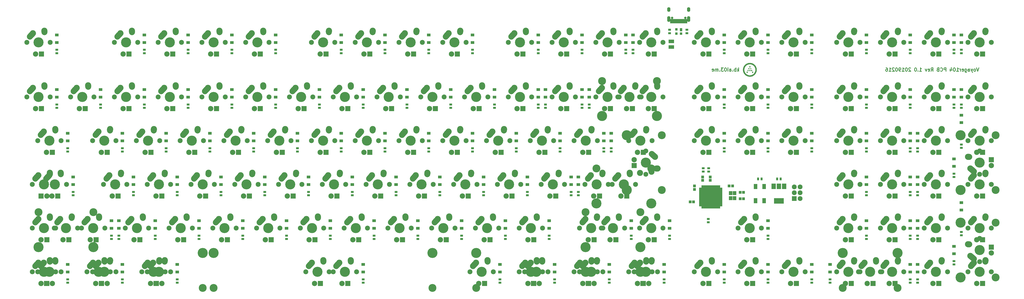
<source format=gbs>
G04 #@! TF.GenerationSoftware,KiCad,Pcbnew,(5.0.0)*
G04 #@! TF.CreationDate,2019-02-16T19:44:34-08:00*
G04 #@! TF.ProjectId,Voyager104,566F79616765723130342E6B69636164,rev?*
G04 #@! TF.SameCoordinates,Original*
G04 #@! TF.FileFunction,Soldermask,Bot*
G04 #@! TF.FilePolarity,Negative*
%FSLAX46Y46*%
G04 Gerber Fmt 4.6, Leading zero omitted, Abs format (unit mm)*
G04 Created by KiCad (PCBNEW (5.0.0)) date 02/16/19 19:44:34*
%MOMM*%
%LPD*%
G01*
G04 APERTURE LIST*
%ADD10C,0.300000*%
%ADD11C,0.010000*%
%ADD12R,1.600000X1.300000*%
%ADD13R,1.150000X1.200000*%
%ADD14R,1.200000X1.150000*%
%ADD15R,2.430000X1.540000*%
%ADD16C,2.150000*%
%ADD17R,2.305000X2.305000*%
%ADD18C,2.305000*%
%ADD19C,2.650000*%
%ADD20C,4.387800*%
%ADD21C,2.650000*%
%ADD22C,3.448000*%
%ADD23R,1.900000X2.400000*%
%ADD24R,4.200000X2.400000*%
%ADD25R,1.300000X0.900000*%
%ADD26R,0.900000X1.300000*%
%ADD27R,1.100000X1.000000*%
%ADD28R,1.100000X1.400000*%
%ADD29O,1.400000X2.000000*%
%ADD30O,1.400000X2.500000*%
%ADD31C,1.050000*%
%ADD32R,0.700000X1.850000*%
%ADD33R,1.000000X1.850000*%
%ADD34R,1.600000X1.800000*%
%ADD35C,2.101800*%
%ADD36C,2.100000*%
%ADD37R,2.100000X2.100000*%
%ADD38R,1.500000X2.200000*%
%ADD39R,2.237500X2.237500*%
%ADD40R,1.250000X0.700000*%
%ADD41R,0.700000X1.250000*%
G04 APERTURE END LIST*
D10*
X456919642Y-50772321D02*
X456419642Y-52272321D01*
X455919642Y-50772321D01*
X455205357Y-52272321D02*
X455348214Y-52200892D01*
X455419642Y-52129464D01*
X455491071Y-51986607D01*
X455491071Y-51558035D01*
X455419642Y-51415178D01*
X455348214Y-51343750D01*
X455205357Y-51272321D01*
X454991071Y-51272321D01*
X454848214Y-51343750D01*
X454776785Y-51415178D01*
X454705357Y-51558035D01*
X454705357Y-51986607D01*
X454776785Y-52129464D01*
X454848214Y-52200892D01*
X454991071Y-52272321D01*
X455205357Y-52272321D01*
X454205357Y-51272321D02*
X453848214Y-52272321D01*
X453491071Y-51272321D02*
X453848214Y-52272321D01*
X453991071Y-52629464D01*
X454062500Y-52700892D01*
X454205357Y-52772321D01*
X452276785Y-52272321D02*
X452276785Y-51486607D01*
X452348214Y-51343750D01*
X452491071Y-51272321D01*
X452776785Y-51272321D01*
X452919642Y-51343750D01*
X452276785Y-52200892D02*
X452419642Y-52272321D01*
X452776785Y-52272321D01*
X452919642Y-52200892D01*
X452991071Y-52058035D01*
X452991071Y-51915178D01*
X452919642Y-51772321D01*
X452776785Y-51700892D01*
X452419642Y-51700892D01*
X452276785Y-51629464D01*
X450919642Y-51272321D02*
X450919642Y-52486607D01*
X450991071Y-52629464D01*
X451062500Y-52700892D01*
X451205357Y-52772321D01*
X451419642Y-52772321D01*
X451562500Y-52700892D01*
X450919642Y-52200892D02*
X451062500Y-52272321D01*
X451348214Y-52272321D01*
X451491071Y-52200892D01*
X451562500Y-52129464D01*
X451633928Y-51986607D01*
X451633928Y-51558035D01*
X451562500Y-51415178D01*
X451491071Y-51343750D01*
X451348214Y-51272321D01*
X451062500Y-51272321D01*
X450919642Y-51343750D01*
X449633928Y-52200892D02*
X449776785Y-52272321D01*
X450062500Y-52272321D01*
X450205357Y-52200892D01*
X450276785Y-52058035D01*
X450276785Y-51486607D01*
X450205357Y-51343750D01*
X450062500Y-51272321D01*
X449776785Y-51272321D01*
X449633928Y-51343750D01*
X449562500Y-51486607D01*
X449562500Y-51629464D01*
X450276785Y-51772321D01*
X448919642Y-52272321D02*
X448919642Y-51272321D01*
X448919642Y-51558035D02*
X448848214Y-51415178D01*
X448776785Y-51343750D01*
X448633928Y-51272321D01*
X448491071Y-51272321D01*
X447205357Y-52272321D02*
X448062500Y-52272321D01*
X447633928Y-52272321D02*
X447633928Y-50772321D01*
X447776785Y-50986607D01*
X447919642Y-51129464D01*
X448062500Y-51200892D01*
X446276785Y-50772321D02*
X446133928Y-50772321D01*
X445991071Y-50843750D01*
X445919642Y-50915178D01*
X445848214Y-51058035D01*
X445776785Y-51343750D01*
X445776785Y-51700892D01*
X445848214Y-51986607D01*
X445919642Y-52129464D01*
X445991071Y-52200892D01*
X446133928Y-52272321D01*
X446276785Y-52272321D01*
X446419642Y-52200892D01*
X446491071Y-52129464D01*
X446562500Y-51986607D01*
X446633928Y-51700892D01*
X446633928Y-51343750D01*
X446562500Y-51058035D01*
X446491071Y-50915178D01*
X446419642Y-50843750D01*
X446276785Y-50772321D01*
X444491071Y-51272321D02*
X444491071Y-52272321D01*
X444848214Y-50700892D02*
X445205357Y-51772321D01*
X444276785Y-51772321D01*
X442562500Y-52272321D02*
X442562500Y-50772321D01*
X441991071Y-50772321D01*
X441848214Y-50843750D01*
X441776785Y-50915178D01*
X441705357Y-51058035D01*
X441705357Y-51272321D01*
X441776785Y-51415178D01*
X441848214Y-51486607D01*
X441991071Y-51558035D01*
X442562500Y-51558035D01*
X440205357Y-52129464D02*
X440276785Y-52200892D01*
X440491071Y-52272321D01*
X440633928Y-52272321D01*
X440848214Y-52200892D01*
X440991071Y-52058035D01*
X441062500Y-51915178D01*
X441133928Y-51629464D01*
X441133928Y-51415178D01*
X441062500Y-51129464D01*
X440991071Y-50986607D01*
X440848214Y-50843750D01*
X440633928Y-50772321D01*
X440491071Y-50772321D01*
X440276785Y-50843750D01*
X440205357Y-50915178D01*
X439062500Y-51486607D02*
X438848214Y-51558035D01*
X438776785Y-51629464D01*
X438705357Y-51772321D01*
X438705357Y-51986607D01*
X438776785Y-52129464D01*
X438848214Y-52200892D01*
X438991071Y-52272321D01*
X439562500Y-52272321D01*
X439562500Y-50772321D01*
X439062500Y-50772321D01*
X438919642Y-50843750D01*
X438848214Y-50915178D01*
X438776785Y-51058035D01*
X438776785Y-51200892D01*
X438848214Y-51343750D01*
X438919642Y-51415178D01*
X439062500Y-51486607D01*
X439562500Y-51486607D01*
X436062500Y-52272321D02*
X436562500Y-51558035D01*
X436919642Y-52272321D02*
X436919642Y-50772321D01*
X436348214Y-50772321D01*
X436205357Y-50843750D01*
X436133928Y-50915178D01*
X436062500Y-51058035D01*
X436062500Y-51272321D01*
X436133928Y-51415178D01*
X436205357Y-51486607D01*
X436348214Y-51558035D01*
X436919642Y-51558035D01*
X434848214Y-52200892D02*
X434991071Y-52272321D01*
X435276785Y-52272321D01*
X435419642Y-52200892D01*
X435491071Y-52058035D01*
X435491071Y-51486607D01*
X435419642Y-51343750D01*
X435276785Y-51272321D01*
X434991071Y-51272321D01*
X434848214Y-51343750D01*
X434776785Y-51486607D01*
X434776785Y-51629464D01*
X435491071Y-51772321D01*
X434276785Y-51272321D02*
X433919642Y-52272321D01*
X433562500Y-51272321D01*
X431062500Y-52272321D02*
X431919642Y-52272321D01*
X431491071Y-52272321D02*
X431491071Y-50772321D01*
X431633928Y-50986607D01*
X431776785Y-51129464D01*
X431919642Y-51200892D01*
X430419642Y-52129464D02*
X430348214Y-52200892D01*
X430419642Y-52272321D01*
X430491071Y-52200892D01*
X430419642Y-52129464D01*
X430419642Y-52272321D01*
X429419642Y-50772321D02*
X429276785Y-50772321D01*
X429133928Y-50843750D01*
X429062500Y-50915178D01*
X428991071Y-51058035D01*
X428919642Y-51343750D01*
X428919642Y-51700892D01*
X428991071Y-51986607D01*
X429062500Y-52129464D01*
X429133928Y-52200892D01*
X429276785Y-52272321D01*
X429419642Y-52272321D01*
X429562500Y-52200892D01*
X429633928Y-52129464D01*
X429705357Y-51986607D01*
X429776785Y-51700892D01*
X429776785Y-51343750D01*
X429705357Y-51058035D01*
X429633928Y-50915178D01*
X429562500Y-50843750D01*
X429419642Y-50772321D01*
X427205357Y-50915178D02*
X427133928Y-50843750D01*
X426991071Y-50772321D01*
X426633928Y-50772321D01*
X426491071Y-50843750D01*
X426419642Y-50915178D01*
X426348214Y-51058035D01*
X426348214Y-51200892D01*
X426419642Y-51415178D01*
X427276785Y-52272321D01*
X426348214Y-52272321D01*
X425419642Y-50772321D02*
X425276785Y-50772321D01*
X425133928Y-50843750D01*
X425062500Y-50915178D01*
X424991071Y-51058035D01*
X424919642Y-51343750D01*
X424919642Y-51700892D01*
X424991071Y-51986607D01*
X425062500Y-52129464D01*
X425133928Y-52200892D01*
X425276785Y-52272321D01*
X425419642Y-52272321D01*
X425562500Y-52200892D01*
X425633928Y-52129464D01*
X425705357Y-51986607D01*
X425776785Y-51700892D01*
X425776785Y-51343750D01*
X425705357Y-51058035D01*
X425633928Y-50915178D01*
X425562500Y-50843750D01*
X425419642Y-50772321D01*
X423491071Y-52272321D02*
X424348214Y-52272321D01*
X423919642Y-52272321D02*
X423919642Y-50772321D01*
X424062500Y-50986607D01*
X424205357Y-51129464D01*
X424348214Y-51200892D01*
X422776785Y-52272321D02*
X422491071Y-52272321D01*
X422348214Y-52200892D01*
X422276785Y-52129464D01*
X422133928Y-51915178D01*
X422062500Y-51629464D01*
X422062500Y-51058035D01*
X422133928Y-50915178D01*
X422205357Y-50843750D01*
X422348214Y-50772321D01*
X422633928Y-50772321D01*
X422776785Y-50843750D01*
X422848214Y-50915178D01*
X422919642Y-51058035D01*
X422919642Y-51415178D01*
X422848214Y-51558035D01*
X422776785Y-51629464D01*
X422633928Y-51700892D01*
X422348214Y-51700892D01*
X422205357Y-51629464D01*
X422133928Y-51558035D01*
X422062500Y-51415178D01*
X421133928Y-50772321D02*
X420991071Y-50772321D01*
X420848214Y-50843750D01*
X420776785Y-50915178D01*
X420705357Y-51058035D01*
X420633928Y-51343750D01*
X420633928Y-51700892D01*
X420705357Y-51986607D01*
X420776785Y-52129464D01*
X420848214Y-52200892D01*
X420991071Y-52272321D01*
X421133928Y-52272321D01*
X421276785Y-52200892D01*
X421348214Y-52129464D01*
X421419642Y-51986607D01*
X421491071Y-51700892D01*
X421491071Y-51343750D01*
X421419642Y-51058035D01*
X421348214Y-50915178D01*
X421276785Y-50843750D01*
X421133928Y-50772321D01*
X420062500Y-50915178D02*
X419991071Y-50843750D01*
X419848214Y-50772321D01*
X419491071Y-50772321D01*
X419348214Y-50843750D01*
X419276785Y-50915178D01*
X419205357Y-51058035D01*
X419205357Y-51200892D01*
X419276785Y-51415178D01*
X420133928Y-52272321D01*
X419205357Y-52272321D01*
X417776785Y-52272321D02*
X418633928Y-52272321D01*
X418205357Y-52272321D02*
X418205357Y-50772321D01*
X418348214Y-50986607D01*
X418491071Y-51129464D01*
X418633928Y-51200892D01*
X416491071Y-50772321D02*
X416776785Y-50772321D01*
X416919642Y-50843750D01*
X416991071Y-50915178D01*
X417133928Y-51129464D01*
X417205357Y-51415178D01*
X417205357Y-51986607D01*
X417133928Y-52129464D01*
X417062500Y-52200892D01*
X416919642Y-52272321D01*
X416633928Y-52272321D01*
X416491071Y-52200892D01*
X416419642Y-52129464D01*
X416348214Y-51986607D01*
X416348214Y-51629464D01*
X416419642Y-51486607D01*
X416491071Y-51415178D01*
X416633928Y-51343750D01*
X416919642Y-51343750D01*
X417062500Y-51415178D01*
X417133928Y-51486607D01*
X417205357Y-51629464D01*
X352333000Y-52272321D02*
X352333000Y-50772321D01*
X352190142Y-51700892D02*
X351761571Y-52272321D01*
X351761571Y-51272321D02*
X352333000Y-51843750D01*
X351118714Y-52272321D02*
X351118714Y-50772321D01*
X351118714Y-51343750D02*
X350975857Y-51272321D01*
X350690142Y-51272321D01*
X350547285Y-51343750D01*
X350475857Y-51415178D01*
X350404428Y-51558035D01*
X350404428Y-51986607D01*
X350475857Y-52129464D01*
X350547285Y-52200892D01*
X350690142Y-52272321D01*
X350975857Y-52272321D01*
X351118714Y-52200892D01*
X349761571Y-52129464D02*
X349690142Y-52200892D01*
X349761571Y-52272321D01*
X349833000Y-52200892D01*
X349761571Y-52129464D01*
X349761571Y-52272321D01*
X348404428Y-52272321D02*
X348404428Y-51486607D01*
X348475857Y-51343750D01*
X348618714Y-51272321D01*
X348904428Y-51272321D01*
X349047285Y-51343750D01*
X348404428Y-52200892D02*
X348547285Y-52272321D01*
X348904428Y-52272321D01*
X349047285Y-52200892D01*
X349118714Y-52058035D01*
X349118714Y-51915178D01*
X349047285Y-51772321D01*
X348904428Y-51700892D01*
X348547285Y-51700892D01*
X348404428Y-51629464D01*
X347690142Y-52272321D02*
X347690142Y-51272321D01*
X347690142Y-50772321D02*
X347761571Y-50843750D01*
X347690142Y-50915178D01*
X347618714Y-50843750D01*
X347690142Y-50772321D01*
X347690142Y-50915178D01*
X346690142Y-50772321D02*
X346547285Y-50772321D01*
X346404428Y-50843750D01*
X346333000Y-50915178D01*
X346261571Y-51058035D01*
X346190142Y-51343750D01*
X346190142Y-51700892D01*
X346261571Y-51986607D01*
X346333000Y-52129464D01*
X346404428Y-52200892D01*
X346547285Y-52272321D01*
X346690142Y-52272321D01*
X346833000Y-52200892D01*
X346904428Y-52129464D01*
X346975857Y-51986607D01*
X347047285Y-51700892D01*
X347047285Y-51343750D01*
X346975857Y-51058035D01*
X346904428Y-50915178D01*
X346833000Y-50843750D01*
X346690142Y-50772321D01*
X345690142Y-50772321D02*
X344761571Y-50772321D01*
X345261571Y-51343750D01*
X345047285Y-51343750D01*
X344904428Y-51415178D01*
X344833000Y-51486607D01*
X344761571Y-51629464D01*
X344761571Y-51986607D01*
X344833000Y-52129464D01*
X344904428Y-52200892D01*
X345047285Y-52272321D01*
X345475857Y-52272321D01*
X345618714Y-52200892D01*
X345690142Y-52129464D01*
X344118714Y-52129464D02*
X344047285Y-52200892D01*
X344118714Y-52272321D01*
X344190142Y-52200892D01*
X344118714Y-52129464D01*
X344118714Y-52272321D01*
X343404428Y-52272321D02*
X343404428Y-51272321D01*
X343404428Y-51415178D02*
X343333000Y-51343750D01*
X343190142Y-51272321D01*
X342975857Y-51272321D01*
X342833000Y-51343750D01*
X342761571Y-51486607D01*
X342761571Y-52272321D01*
X342761571Y-51486607D02*
X342690142Y-51343750D01*
X342547285Y-51272321D01*
X342333000Y-51272321D01*
X342190142Y-51343750D01*
X342118714Y-51486607D01*
X342118714Y-52272321D01*
X340833000Y-52200892D02*
X340975857Y-52272321D01*
X341261571Y-52272321D01*
X341404428Y-52200892D01*
X341475857Y-52058035D01*
X341475857Y-51486607D01*
X341404428Y-51343750D01*
X341261571Y-51272321D01*
X340975857Y-51272321D01*
X340833000Y-51343750D01*
X340761571Y-51486607D01*
X340761571Y-51629464D01*
X341475857Y-51772321D01*
D11*
G04 #@! TO.C,G\002A\002A\002A*
G36*
X356997000Y-50514250D02*
X357401812Y-50514250D01*
X357401812Y-50109438D01*
X356997000Y-50109438D01*
X356997000Y-50514250D01*
X356997000Y-50514250D01*
G37*
X356997000Y-50514250D02*
X357401812Y-50514250D01*
X357401812Y-50109438D01*
X356997000Y-50109438D01*
X356997000Y-50514250D01*
G36*
X356592187Y-51300063D02*
X356997000Y-51300063D01*
X356997000Y-50919063D01*
X356592187Y-50919063D01*
X356592187Y-51300063D01*
X356592187Y-51300063D01*
G37*
X356592187Y-51300063D02*
X356997000Y-51300063D01*
X356997000Y-50919063D01*
X356592187Y-50919063D01*
X356592187Y-51300063D01*
G36*
X357401812Y-51300063D02*
X357782812Y-51300063D01*
X357782812Y-50919063D01*
X357401812Y-50919063D01*
X357401812Y-51300063D01*
X357401812Y-51300063D01*
G37*
X357401812Y-51300063D02*
X357782812Y-51300063D01*
X357782812Y-50919063D01*
X357401812Y-50919063D01*
X357401812Y-51300063D01*
G36*
X356211187Y-52109688D02*
X356592187Y-52109688D01*
X356592187Y-51704875D01*
X356211187Y-51704875D01*
X356211187Y-52109688D01*
X356211187Y-52109688D01*
G37*
X356211187Y-52109688D02*
X356592187Y-52109688D01*
X356592187Y-51704875D01*
X356211187Y-51704875D01*
X356211187Y-52109688D01*
G36*
X356997000Y-52109688D02*
X357401812Y-52109688D01*
X357401812Y-51704875D01*
X356997000Y-51704875D01*
X356997000Y-52109688D01*
X356997000Y-52109688D01*
G37*
X356997000Y-52109688D02*
X357401812Y-52109688D01*
X357401812Y-51704875D01*
X356997000Y-51704875D01*
X356997000Y-52109688D01*
G36*
X357782812Y-52109688D02*
X358187625Y-52109688D01*
X358187625Y-51704875D01*
X357782812Y-51704875D01*
X357782812Y-52109688D01*
X357782812Y-52109688D01*
G37*
X357782812Y-52109688D02*
X358187625Y-52109688D01*
X358187625Y-51704875D01*
X357782812Y-51704875D01*
X357782812Y-52109688D01*
G36*
X355806375Y-52895500D02*
X356211187Y-52895500D01*
X356211187Y-52490688D01*
X355806375Y-52490688D01*
X355806375Y-52895500D01*
X355806375Y-52895500D01*
G37*
X355806375Y-52895500D02*
X356211187Y-52895500D01*
X356211187Y-52490688D01*
X355806375Y-52490688D01*
X355806375Y-52895500D01*
G36*
X358187625Y-52895500D02*
X358592437Y-52895500D01*
X358592437Y-52490688D01*
X358187625Y-52490688D01*
X358187625Y-52895500D01*
X358187625Y-52895500D01*
G37*
X358187625Y-52895500D02*
X358592437Y-52895500D01*
X358592437Y-52490688D01*
X358187625Y-52490688D01*
X358187625Y-52895500D01*
G36*
X357183531Y-48621795D02*
X357059413Y-48623165D01*
X356947701Y-48627322D01*
X356845108Y-48634669D01*
X356748344Y-48645610D01*
X356654122Y-48660548D01*
X356559153Y-48679887D01*
X356460149Y-48704031D01*
X356414870Y-48716168D01*
X356206323Y-48781406D01*
X356004235Y-48860742D01*
X355809372Y-48953778D01*
X355622501Y-49060118D01*
X355444386Y-49179366D01*
X355292240Y-49297367D01*
X355134572Y-49438092D01*
X354987235Y-49589537D01*
X354850914Y-49750635D01*
X354726292Y-49920317D01*
X354614053Y-50097516D01*
X354514880Y-50281166D01*
X354429458Y-50470197D01*
X354358470Y-50663543D01*
X354309716Y-50831553D01*
X354276645Y-50971539D01*
X354251285Y-51103475D01*
X354232893Y-51232747D01*
X354220725Y-51364743D01*
X354214039Y-51504850D01*
X354213386Y-51530250D01*
X354216105Y-51748547D01*
X354234300Y-51963330D01*
X354267965Y-52174571D01*
X354317094Y-52382239D01*
X354381681Y-52586305D01*
X354445878Y-52750237D01*
X354473961Y-52815502D01*
X354498023Y-52869660D01*
X354519892Y-52916363D01*
X354541393Y-52959263D01*
X354564354Y-53002013D01*
X354590600Y-53048265D01*
X354619725Y-53097906D01*
X354738944Y-53284177D01*
X354869048Y-53458903D01*
X355010171Y-53622215D01*
X355162445Y-53774246D01*
X355326003Y-53915130D01*
X355500976Y-54044998D01*
X355683344Y-54161525D01*
X355736173Y-54192494D01*
X355782086Y-54218471D01*
X355824735Y-54241281D01*
X355867772Y-54262751D01*
X355914849Y-54284707D01*
X355969619Y-54308975D01*
X356031013Y-54335372D01*
X356127246Y-54374919D01*
X356215964Y-54407958D01*
X356303078Y-54436445D01*
X356394502Y-54462339D01*
X356477094Y-54483072D01*
X356641610Y-54518626D01*
X356798705Y-54544303D01*
X356952933Y-54560643D01*
X357108851Y-54568186D01*
X357199406Y-54568763D01*
X357250625Y-54568248D01*
X357298746Y-54567543D01*
X357340626Y-54566710D01*
X357373122Y-54565813D01*
X357393090Y-54564915D01*
X357393875Y-54564859D01*
X357610049Y-54540907D01*
X357822806Y-54501920D01*
X358031287Y-54448217D01*
X358234632Y-54380113D01*
X358431984Y-54297926D01*
X358622482Y-54201975D01*
X358805268Y-54092576D01*
X358956224Y-53987546D01*
X359129151Y-53849199D01*
X359289835Y-53700838D01*
X359438049Y-53542789D01*
X359573571Y-53375382D01*
X359696176Y-53198944D01*
X359805639Y-53013802D01*
X359901737Y-52820285D01*
X359984244Y-52618721D01*
X360052937Y-52409438D01*
X360065082Y-52366380D01*
X360091448Y-52264585D01*
X360112833Y-52168261D01*
X360129641Y-52074117D01*
X360142275Y-51978867D01*
X360151140Y-51879220D01*
X360156638Y-51771890D01*
X360159174Y-51653586D01*
X360159455Y-51597719D01*
X360158780Y-51542358D01*
X359626706Y-51542358D01*
X359626603Y-51622496D01*
X359624937Y-51702160D01*
X359621741Y-51777287D01*
X359617044Y-51843810D01*
X359613324Y-51879500D01*
X359581450Y-52076798D01*
X359534799Y-52268413D01*
X359473549Y-52453972D01*
X359397881Y-52633099D01*
X359307973Y-52805419D01*
X359204006Y-52970559D01*
X359086159Y-53128143D01*
X358954612Y-53277797D01*
X358932276Y-53301010D01*
X358798042Y-53428084D01*
X358652340Y-53546020D01*
X358497869Y-53652840D01*
X358337331Y-53746566D01*
X358291542Y-53770254D01*
X358217134Y-53806903D01*
X358151893Y-53837122D01*
X358091396Y-53862690D01*
X358031222Y-53885384D01*
X357966949Y-53906983D01*
X357901875Y-53926977D01*
X357712662Y-53976390D01*
X357526911Y-54010841D01*
X357343173Y-54030464D01*
X357159997Y-54035392D01*
X356975936Y-54025761D01*
X356909394Y-54018781D01*
X356722062Y-53989837D01*
X356542481Y-53948028D01*
X356368143Y-53892604D01*
X356196541Y-53822814D01*
X356099584Y-53776616D01*
X355928952Y-53683197D01*
X355769536Y-53579462D01*
X355620578Y-53464724D01*
X355481321Y-53338300D01*
X355351006Y-53199504D01*
X355228876Y-53047653D01*
X355120608Y-52892009D01*
X355095482Y-52850818D01*
X355066159Y-52798690D01*
X355034459Y-52739246D01*
X355002201Y-52676106D01*
X354971207Y-52612890D01*
X354943294Y-52553217D01*
X354920285Y-52500707D01*
X354906847Y-52466875D01*
X354843980Y-52275334D01*
X354796584Y-52082595D01*
X354764700Y-51889200D01*
X354748370Y-51695690D01*
X354747632Y-51502607D01*
X354762528Y-51310492D01*
X354793098Y-51119886D01*
X354802901Y-51073844D01*
X354836550Y-50937551D01*
X354874858Y-50811368D01*
X354919796Y-50689757D01*
X354973337Y-50567182D01*
X355010996Y-50489708D01*
X355104701Y-50320860D01*
X355211526Y-50160423D01*
X355330702Y-50009118D01*
X355461463Y-49867664D01*
X355603040Y-49736781D01*
X355754666Y-49617190D01*
X355915573Y-49509610D01*
X356084993Y-49414761D01*
X356229175Y-49347230D01*
X356400803Y-49280835D01*
X356573357Y-49228837D01*
X356748844Y-49190828D01*
X356929274Y-49166401D01*
X357116655Y-49155147D01*
X357179562Y-49154257D01*
X357377657Y-49160627D01*
X357569285Y-49181272D01*
X357755219Y-49216423D01*
X357936235Y-49266317D01*
X358113106Y-49331185D01*
X358286606Y-49411263D01*
X358457509Y-49506785D01*
X358558206Y-49570994D01*
X358697639Y-49672522D01*
X358831837Y-49787028D01*
X358959159Y-49912589D01*
X359077965Y-50047281D01*
X359186614Y-50189181D01*
X359283465Y-50336365D01*
X359366878Y-50486911D01*
X359401674Y-50559830D01*
X359463077Y-50704689D01*
X359513308Y-50843928D01*
X359553565Y-50981876D01*
X359585044Y-51122864D01*
X359608944Y-51271221D01*
X359617345Y-51339750D01*
X359622108Y-51396920D01*
X359625218Y-51465811D01*
X359626706Y-51542358D01*
X360158780Y-51542358D01*
X360157710Y-51454723D01*
X360151836Y-51323856D01*
X360141262Y-51201775D01*
X360125415Y-51085135D01*
X360103723Y-50970594D01*
X360075613Y-50854809D01*
X360040514Y-50734437D01*
X359997853Y-50606134D01*
X359982159Y-50561875D01*
X359903774Y-50367156D01*
X359810934Y-50178822D01*
X359703828Y-49997135D01*
X359582648Y-49822358D01*
X359447583Y-49654753D01*
X359298826Y-49494583D01*
X359136567Y-49342110D01*
X359029729Y-49251929D01*
X358943900Y-49186436D01*
X358846361Y-49119110D01*
X358740752Y-49052162D01*
X358630714Y-48987805D01*
X358519887Y-48928250D01*
X358411911Y-48875708D01*
X358405906Y-48872965D01*
X358335946Y-48843092D01*
X358254765Y-48811706D01*
X358166733Y-48780286D01*
X358076221Y-48750312D01*
X357987599Y-48723261D01*
X357905236Y-48700614D01*
X357873350Y-48692721D01*
X357780125Y-48671953D01*
X357691151Y-48655293D01*
X357603147Y-48642402D01*
X357512831Y-48632945D01*
X357416922Y-48626582D01*
X357312140Y-48622978D01*
X357195205Y-48621794D01*
X357183531Y-48621795D01*
X357183531Y-48621795D01*
G37*
X357183531Y-48621795D02*
X357059413Y-48623165D01*
X356947701Y-48627322D01*
X356845108Y-48634669D01*
X356748344Y-48645610D01*
X356654122Y-48660548D01*
X356559153Y-48679887D01*
X356460149Y-48704031D01*
X356414870Y-48716168D01*
X356206323Y-48781406D01*
X356004235Y-48860742D01*
X355809372Y-48953778D01*
X355622501Y-49060118D01*
X355444386Y-49179366D01*
X355292240Y-49297367D01*
X355134572Y-49438092D01*
X354987235Y-49589537D01*
X354850914Y-49750635D01*
X354726292Y-49920317D01*
X354614053Y-50097516D01*
X354514880Y-50281166D01*
X354429458Y-50470197D01*
X354358470Y-50663543D01*
X354309716Y-50831553D01*
X354276645Y-50971539D01*
X354251285Y-51103475D01*
X354232893Y-51232747D01*
X354220725Y-51364743D01*
X354214039Y-51504850D01*
X354213386Y-51530250D01*
X354216105Y-51748547D01*
X354234300Y-51963330D01*
X354267965Y-52174571D01*
X354317094Y-52382239D01*
X354381681Y-52586305D01*
X354445878Y-52750237D01*
X354473961Y-52815502D01*
X354498023Y-52869660D01*
X354519892Y-52916363D01*
X354541393Y-52959263D01*
X354564354Y-53002013D01*
X354590600Y-53048265D01*
X354619725Y-53097906D01*
X354738944Y-53284177D01*
X354869048Y-53458903D01*
X355010171Y-53622215D01*
X355162445Y-53774246D01*
X355326003Y-53915130D01*
X355500976Y-54044998D01*
X355683344Y-54161525D01*
X355736173Y-54192494D01*
X355782086Y-54218471D01*
X355824735Y-54241281D01*
X355867772Y-54262751D01*
X355914849Y-54284707D01*
X355969619Y-54308975D01*
X356031013Y-54335372D01*
X356127246Y-54374919D01*
X356215964Y-54407958D01*
X356303078Y-54436445D01*
X356394502Y-54462339D01*
X356477094Y-54483072D01*
X356641610Y-54518626D01*
X356798705Y-54544303D01*
X356952933Y-54560643D01*
X357108851Y-54568186D01*
X357199406Y-54568763D01*
X357250625Y-54568248D01*
X357298746Y-54567543D01*
X357340626Y-54566710D01*
X357373122Y-54565813D01*
X357393090Y-54564915D01*
X357393875Y-54564859D01*
X357610049Y-54540907D01*
X357822806Y-54501920D01*
X358031287Y-54448217D01*
X358234632Y-54380113D01*
X358431984Y-54297926D01*
X358622482Y-54201975D01*
X358805268Y-54092576D01*
X358956224Y-53987546D01*
X359129151Y-53849199D01*
X359289835Y-53700838D01*
X359438049Y-53542789D01*
X359573571Y-53375382D01*
X359696176Y-53198944D01*
X359805639Y-53013802D01*
X359901737Y-52820285D01*
X359984244Y-52618721D01*
X360052937Y-52409438D01*
X360065082Y-52366380D01*
X360091448Y-52264585D01*
X360112833Y-52168261D01*
X360129641Y-52074117D01*
X360142275Y-51978867D01*
X360151140Y-51879220D01*
X360156638Y-51771890D01*
X360159174Y-51653586D01*
X360159455Y-51597719D01*
X360158780Y-51542358D01*
X359626706Y-51542358D01*
X359626603Y-51622496D01*
X359624937Y-51702160D01*
X359621741Y-51777287D01*
X359617044Y-51843810D01*
X359613324Y-51879500D01*
X359581450Y-52076798D01*
X359534799Y-52268413D01*
X359473549Y-52453972D01*
X359397881Y-52633099D01*
X359307973Y-52805419D01*
X359204006Y-52970559D01*
X359086159Y-53128143D01*
X358954612Y-53277797D01*
X358932276Y-53301010D01*
X358798042Y-53428084D01*
X358652340Y-53546020D01*
X358497869Y-53652840D01*
X358337331Y-53746566D01*
X358291542Y-53770254D01*
X358217134Y-53806903D01*
X358151893Y-53837122D01*
X358091396Y-53862690D01*
X358031222Y-53885384D01*
X357966949Y-53906983D01*
X357901875Y-53926977D01*
X357712662Y-53976390D01*
X357526911Y-54010841D01*
X357343173Y-54030464D01*
X357159997Y-54035392D01*
X356975936Y-54025761D01*
X356909394Y-54018781D01*
X356722062Y-53989837D01*
X356542481Y-53948028D01*
X356368143Y-53892604D01*
X356196541Y-53822814D01*
X356099584Y-53776616D01*
X355928952Y-53683197D01*
X355769536Y-53579462D01*
X355620578Y-53464724D01*
X355481321Y-53338300D01*
X355351006Y-53199504D01*
X355228876Y-53047653D01*
X355120608Y-52892009D01*
X355095482Y-52850818D01*
X355066159Y-52798690D01*
X355034459Y-52739246D01*
X355002201Y-52676106D01*
X354971207Y-52612890D01*
X354943294Y-52553217D01*
X354920285Y-52500707D01*
X354906847Y-52466875D01*
X354843980Y-52275334D01*
X354796584Y-52082595D01*
X354764700Y-51889200D01*
X354748370Y-51695690D01*
X354747632Y-51502607D01*
X354762528Y-51310492D01*
X354793098Y-51119886D01*
X354802901Y-51073844D01*
X354836550Y-50937551D01*
X354874858Y-50811368D01*
X354919796Y-50689757D01*
X354973337Y-50567182D01*
X355010996Y-50489708D01*
X355104701Y-50320860D01*
X355211526Y-50160423D01*
X355330702Y-50009118D01*
X355461463Y-49867664D01*
X355603040Y-49736781D01*
X355754666Y-49617190D01*
X355915573Y-49509610D01*
X356084993Y-49414761D01*
X356229175Y-49347230D01*
X356400803Y-49280835D01*
X356573357Y-49228837D01*
X356748844Y-49190828D01*
X356929274Y-49166401D01*
X357116655Y-49155147D01*
X357179562Y-49154257D01*
X357377657Y-49160627D01*
X357569285Y-49181272D01*
X357755219Y-49216423D01*
X357936235Y-49266317D01*
X358113106Y-49331185D01*
X358286606Y-49411263D01*
X358457509Y-49506785D01*
X358558206Y-49570994D01*
X358697639Y-49672522D01*
X358831837Y-49787028D01*
X358959159Y-49912589D01*
X359077965Y-50047281D01*
X359186614Y-50189181D01*
X359283465Y-50336365D01*
X359366878Y-50486911D01*
X359401674Y-50559830D01*
X359463077Y-50704689D01*
X359513308Y-50843928D01*
X359553565Y-50981876D01*
X359585044Y-51122864D01*
X359608944Y-51271221D01*
X359617345Y-51339750D01*
X359622108Y-51396920D01*
X359625218Y-51465811D01*
X359626706Y-51542358D01*
X360158780Y-51542358D01*
X360157710Y-51454723D01*
X360151836Y-51323856D01*
X360141262Y-51201775D01*
X360125415Y-51085135D01*
X360103723Y-50970594D01*
X360075613Y-50854809D01*
X360040514Y-50734437D01*
X359997853Y-50606134D01*
X359982159Y-50561875D01*
X359903774Y-50367156D01*
X359810934Y-50178822D01*
X359703828Y-49997135D01*
X359582648Y-49822358D01*
X359447583Y-49654753D01*
X359298826Y-49494583D01*
X359136567Y-49342110D01*
X359029729Y-49251929D01*
X358943900Y-49186436D01*
X358846361Y-49119110D01*
X358740752Y-49052162D01*
X358630714Y-48987805D01*
X358519887Y-48928250D01*
X358411911Y-48875708D01*
X358405906Y-48872965D01*
X358335946Y-48843092D01*
X358254765Y-48811706D01*
X358166733Y-48780286D01*
X358076221Y-48750312D01*
X357987599Y-48723261D01*
X357905236Y-48700614D01*
X357873350Y-48692721D01*
X357780125Y-48671953D01*
X357691151Y-48655293D01*
X357603147Y-48642402D01*
X357512831Y-48632945D01*
X357416922Y-48626582D01*
X357312140Y-48622978D01*
X357195205Y-48621794D01*
X357183531Y-48621795D01*
G04 #@! TD*
D12*
G04 #@! TO.C,D84*
X60325000Y-139762500D03*
X60325000Y-136462500D03*
G04 #@! TD*
D13*
G04 #@! TO.C,C2*
X339979000Y-99810000D03*
X339979000Y-98310000D03*
G04 #@! TD*
D14*
G04 #@! TO.C,C3*
X354476750Y-107791250D03*
X352976750Y-107791250D03*
G04 #@! TD*
G04 #@! TO.C,C4*
X352976750Y-105013125D03*
X354476750Y-105013125D03*
G04 #@! TD*
D13*
G04 #@! TO.C,C5*
X336661125Y-99810000D03*
X336661125Y-98310000D03*
G04 #@! TD*
D14*
G04 #@! TO.C,C6*
X332728000Y-109220000D03*
X331228000Y-109220000D03*
G04 #@! TD*
D13*
G04 #@! TO.C,C7*
X333089250Y-102247000D03*
X333089250Y-103747000D03*
G04 #@! TD*
D14*
G04 #@! TO.C,C8*
X349714250Y-102235000D03*
X348214250Y-102235000D03*
G04 #@! TD*
D12*
G04 #@! TO.C,D1*
X55562500Y-39750000D03*
X55562500Y-36450000D03*
G04 #@! TD*
G04 #@! TO.C,D2*
X93662500Y-39750000D03*
X93662500Y-36450000D03*
G04 #@! TD*
G04 #@! TO.C,D3*
X112712500Y-36450000D03*
X112712500Y-39750000D03*
G04 #@! TD*
G04 #@! TO.C,D4*
X131762500Y-39750000D03*
X131762500Y-36450000D03*
G04 #@! TD*
G04 #@! TO.C,D5*
X150812500Y-36450000D03*
X150812500Y-39750000D03*
G04 #@! TD*
G04 #@! TO.C,D6*
X179387500Y-39750000D03*
X179387500Y-36450000D03*
G04 #@! TD*
G04 #@! TO.C,D7*
X198437500Y-39750000D03*
X198437500Y-36450000D03*
G04 #@! TD*
G04 #@! TO.C,D8*
X217487500Y-39750000D03*
X217487500Y-36450000D03*
G04 #@! TD*
G04 #@! TO.C,D9*
X236537500Y-39750000D03*
X236537500Y-36450000D03*
G04 #@! TD*
G04 #@! TO.C,D10*
X265112500Y-36450000D03*
X265112500Y-39750000D03*
G04 #@! TD*
G04 #@! TO.C,D11*
X284162500Y-36450000D03*
X284162500Y-39750000D03*
G04 #@! TD*
G04 #@! TO.C,D12*
X303212500Y-39750000D03*
X303212500Y-36450000D03*
G04 #@! TD*
G04 #@! TO.C,D13*
X306387500Y-39750000D03*
X306387500Y-36450000D03*
G04 #@! TD*
G04 #@! TO.C,D14*
X79375000Y-117412500D03*
X79375000Y-120712500D03*
G04 #@! TD*
G04 #@! TO.C,D17*
X55562500Y-60262500D03*
X55562500Y-63562500D03*
G04 #@! TD*
G04 #@! TO.C,D18*
X74612500Y-60262500D03*
X74612500Y-63562500D03*
G04 #@! TD*
G04 #@! TO.C,D19*
X93662500Y-60262500D03*
X93662500Y-63562500D03*
G04 #@! TD*
G04 #@! TO.C,D20*
X112712500Y-60262500D03*
X112712500Y-63562500D03*
G04 #@! TD*
G04 #@! TO.C,D21*
X131762500Y-63562500D03*
X131762500Y-60262500D03*
G04 #@! TD*
G04 #@! TO.C,D22*
X150812500Y-63562500D03*
X150812500Y-60262500D03*
G04 #@! TD*
G04 #@! TO.C,D23*
X169862500Y-60262500D03*
X169862500Y-63562500D03*
G04 #@! TD*
G04 #@! TO.C,D24*
X188912500Y-60262500D03*
X188912500Y-63562500D03*
G04 #@! TD*
G04 #@! TO.C,D25*
X207962500Y-63562500D03*
X207962500Y-60262500D03*
G04 #@! TD*
G04 #@! TO.C,D26*
X227012500Y-63562500D03*
X227012500Y-60262500D03*
G04 #@! TD*
G04 #@! TO.C,D27*
X246062500Y-63562500D03*
X246062500Y-60262500D03*
G04 #@! TD*
G04 #@! TO.C,D28*
X265112500Y-60262500D03*
X265112500Y-63562500D03*
G04 #@! TD*
G04 #@! TO.C,D29*
X268287500Y-60262500D03*
X268287500Y-63562500D03*
G04 #@! TD*
G04 #@! TO.C,D30*
X284162500Y-63562500D03*
X284162500Y-60262500D03*
G04 #@! TD*
G04 #@! TO.C,D31*
X287337500Y-60262500D03*
X287337500Y-63562500D03*
G04 #@! TD*
G04 #@! TO.C,D35*
X60325000Y-82612500D03*
X60325000Y-79312500D03*
G04 #@! TD*
G04 #@! TO.C,D36*
X84137500Y-79312500D03*
X84137500Y-82612500D03*
G04 #@! TD*
G04 #@! TO.C,D37*
X103187500Y-82612500D03*
X103187500Y-79312500D03*
G04 #@! TD*
G04 #@! TO.C,D38*
X122237500Y-79312500D03*
X122237500Y-82612500D03*
G04 #@! TD*
G04 #@! TO.C,D39*
X141287500Y-82612500D03*
X141287500Y-79312500D03*
G04 #@! TD*
G04 #@! TO.C,D40*
X160337500Y-79312500D03*
X160337500Y-82612500D03*
G04 #@! TD*
G04 #@! TO.C,D41*
X179387500Y-82612500D03*
X179387500Y-79312500D03*
G04 #@! TD*
G04 #@! TO.C,D42*
X198437500Y-82612500D03*
X198437500Y-79312500D03*
G04 #@! TD*
G04 #@! TO.C,D43*
X217487500Y-82612500D03*
X217487500Y-79312500D03*
G04 #@! TD*
G04 #@! TO.C,D44*
X236537500Y-82612500D03*
X236537500Y-79312500D03*
G04 #@! TD*
G04 #@! TO.C,D45*
X255587500Y-79312500D03*
X255587500Y-82612500D03*
G04 #@! TD*
G04 #@! TO.C,D46*
X274637500Y-79312500D03*
X274637500Y-82612500D03*
G04 #@! TD*
G04 #@! TO.C,D47*
X293687500Y-79312500D03*
X293687500Y-82612500D03*
G04 #@! TD*
G04 #@! TO.C,D48*
X296862500Y-82612500D03*
X296862500Y-79312500D03*
G04 #@! TD*
G04 #@! TO.C,D52*
X62706250Y-98362500D03*
X62706250Y-101662500D03*
G04 #@! TD*
G04 #@! TO.C,D53*
X88900000Y-98362500D03*
X88900000Y-101662500D03*
G04 #@! TD*
G04 #@! TO.C,D54*
X107950000Y-101662500D03*
X107950000Y-98362500D03*
G04 #@! TD*
G04 #@! TO.C,D55*
X127000000Y-101662500D03*
X127000000Y-98362500D03*
G04 #@! TD*
G04 #@! TO.C,D56*
X146050000Y-98362500D03*
X146050000Y-101662500D03*
G04 #@! TD*
G04 #@! TO.C,D57*
X165100000Y-98362500D03*
X165100000Y-101662500D03*
G04 #@! TD*
G04 #@! TO.C,D58*
X184150000Y-101662500D03*
X184150000Y-98362500D03*
G04 #@! TD*
G04 #@! TO.C,D59*
X203200000Y-101662500D03*
X203200000Y-98362500D03*
G04 #@! TD*
G04 #@! TO.C,D60*
X222250000Y-98362500D03*
X222250000Y-101662500D03*
G04 #@! TD*
G04 #@! TO.C,D61*
X241300000Y-98362500D03*
X241300000Y-101662500D03*
G04 #@! TD*
G04 #@! TO.C,D62*
X260350000Y-101662500D03*
X260350000Y-98362500D03*
G04 #@! TD*
G04 #@! TO.C,D63*
X279400000Y-101662500D03*
X279400000Y-98362500D03*
G04 #@! TD*
G04 #@! TO.C,D65*
X282575000Y-98362500D03*
X282575000Y-101662500D03*
G04 #@! TD*
G04 #@! TO.C,D66*
X322262500Y-120712500D03*
X322262500Y-117412500D03*
G04 #@! TD*
G04 #@! TO.C,D67*
X82550000Y-117412500D03*
X82550000Y-120712500D03*
G04 #@! TD*
G04 #@! TO.C,D68*
X98425000Y-117412500D03*
X98425000Y-120712500D03*
G04 #@! TD*
G04 #@! TO.C,D69*
X117475000Y-117412500D03*
X117475000Y-120712500D03*
G04 #@! TD*
G04 #@! TO.C,D70*
X136525000Y-120712500D03*
X136525000Y-117412500D03*
G04 #@! TD*
G04 #@! TO.C,D71*
X155575000Y-120712500D03*
X155575000Y-117412500D03*
G04 #@! TD*
G04 #@! TO.C,D72*
X174625000Y-117412500D03*
X174625000Y-120712500D03*
G04 #@! TD*
G04 #@! TO.C,D73*
X193675000Y-120712500D03*
X193675000Y-117412500D03*
G04 #@! TD*
G04 #@! TO.C,D74*
X212725000Y-117412500D03*
X212725000Y-120712500D03*
G04 #@! TD*
G04 #@! TO.C,D75*
X231775000Y-120712500D03*
X231775000Y-117412500D03*
G04 #@! TD*
G04 #@! TO.C,D76*
X250825000Y-117412500D03*
X250825000Y-120712500D03*
G04 #@! TD*
G04 #@! TO.C,D77*
X269875000Y-120712500D03*
X269875000Y-117412500D03*
G04 #@! TD*
G04 #@! TO.C,D78*
X305593750Y-117412500D03*
X305593750Y-120712500D03*
G04 #@! TD*
G04 #@! TO.C,D81*
X296068750Y-139762500D03*
X296068750Y-136462500D03*
G04 #@! TD*
G04 #@! TO.C,D82*
X319881250Y-136462500D03*
X319881250Y-139762500D03*
G04 #@! TD*
G04 #@! TO.C,D85*
X84137500Y-139762500D03*
X84137500Y-136462500D03*
G04 #@! TD*
G04 #@! TO.C,D86*
X107950000Y-139762500D03*
X107950000Y-136462500D03*
G04 #@! TD*
G04 #@! TO.C,D87*
X188912500Y-136462500D03*
X188912500Y-139762500D03*
G04 #@! TD*
G04 #@! TO.C,D90*
X248443750Y-136462500D03*
X248443750Y-139762500D03*
G04 #@! TD*
G04 #@! TO.C,D91*
X272256250Y-139762500D03*
X272256250Y-136462500D03*
G04 #@! TD*
G04 #@! TO.C,D92*
X346075000Y-36450000D03*
X346075000Y-39750000D03*
G04 #@! TD*
G04 #@! TO.C,D93*
X365125000Y-36450000D03*
X365125000Y-39750000D03*
G04 #@! TD*
G04 #@! TO.C,D94*
X384175000Y-36450000D03*
X384175000Y-39750000D03*
G04 #@! TD*
G04 #@! TO.C,D95*
X346075000Y-63562500D03*
X346075000Y-60262500D03*
G04 #@! TD*
G04 #@! TO.C,D96*
X365125000Y-60262500D03*
X365125000Y-63562500D03*
G04 #@! TD*
G04 #@! TO.C,D97*
X384175000Y-63562500D03*
X384175000Y-60262500D03*
G04 #@! TD*
G04 #@! TO.C,D99*
X346075000Y-79312500D03*
X346075000Y-82612500D03*
G04 #@! TD*
G04 #@! TO.C,D100*
X365125000Y-82612500D03*
X365125000Y-79312500D03*
G04 #@! TD*
G04 #@! TO.C,D101*
X384175000Y-79312500D03*
X384175000Y-82612500D03*
G04 #@! TD*
G04 #@! TO.C,D108*
X365125000Y-120712500D03*
X365125000Y-117412500D03*
G04 #@! TD*
G04 #@! TO.C,D111*
X346075000Y-139762500D03*
X346075000Y-136462500D03*
G04 #@! TD*
G04 #@! TO.C,D112*
X365125000Y-139762500D03*
X365125000Y-136462500D03*
G04 #@! TD*
G04 #@! TO.C,D113*
X384175000Y-136462500D03*
X384175000Y-139762500D03*
G04 #@! TD*
D15*
G04 #@! TO.C,F1*
X323056250Y-39281250D03*
X323056250Y-41681250D03*
G04 #@! TD*
D16*
G04 #@! TO.C,MX_.1*
X247967500Y-120650000D03*
X237807500Y-120650000D03*
D17*
X244157500Y-125730000D03*
D18*
X241617500Y-125730000D03*
D19*
X240387500Y-116650000D03*
D20*
X242887500Y-120650000D03*
D19*
X239732501Y-117380000D03*
D21*
X239077500Y-118110000D02*
X240387502Y-116650000D01*
D19*
X245427500Y-115570000D03*
X245407500Y-115860000D03*
D21*
X245387500Y-116150000D02*
X245427500Y-115570000D01*
G04 #@! TD*
D16*
G04 #@! TO.C,MX_\002C1*
X228917500Y-120650000D03*
X218757500Y-120650000D03*
D17*
X225107500Y-125730000D03*
D18*
X222567500Y-125730000D03*
D19*
X221337500Y-116650000D03*
D20*
X223837500Y-120650000D03*
D19*
X220682501Y-117380000D03*
D21*
X220027500Y-118110000D02*
X221337502Y-116650000D01*
D19*
X226377500Y-115570000D03*
X226357500Y-115860000D03*
D21*
X226337500Y-116150000D02*
X226377500Y-115570000D01*
G04 #@! TD*
D19*
G04 #@! TO.C,MX_#1*
X69195000Y-58710000D03*
D21*
X69175000Y-59000000D02*
X69215000Y-58420000D01*
D19*
X69215000Y-58420000D03*
X63520001Y-60230000D03*
D21*
X62865000Y-60960000D02*
X64175002Y-59500000D01*
D20*
X66675000Y-63500000D03*
D19*
X64175000Y-59500000D03*
D18*
X65405000Y-68580000D03*
D17*
X67945000Y-68580000D03*
D16*
X61595000Y-63500000D03*
X71755000Y-63500000D03*
G04 #@! TD*
G04 #@! TO.C,MX_#2*
X90805000Y-63500000D03*
X80645000Y-63500000D03*
D17*
X86995000Y-68580000D03*
D18*
X84455000Y-68580000D03*
D19*
X83225000Y-59500000D03*
D20*
X85725000Y-63500000D03*
D19*
X82570001Y-60230000D03*
D21*
X81915000Y-60960000D02*
X83225002Y-59500000D01*
D19*
X88265000Y-58420000D03*
X88245000Y-58710000D03*
D21*
X88225000Y-59000000D02*
X88265000Y-58420000D01*
G04 #@! TD*
D19*
G04 #@! TO.C,MX_#3*
X107295000Y-58710000D03*
D21*
X107275000Y-59000000D02*
X107315000Y-58420000D01*
D19*
X107315000Y-58420000D03*
X101620001Y-60230000D03*
D21*
X100965000Y-60960000D02*
X102275002Y-59500000D01*
D20*
X104775000Y-63500000D03*
D19*
X102275000Y-59500000D03*
D18*
X103505000Y-68580000D03*
D17*
X106045000Y-68580000D03*
D16*
X99695000Y-63500000D03*
X109855000Y-63500000D03*
G04 #@! TD*
G04 #@! TO.C,MX_#4*
X128905000Y-63500000D03*
X118745000Y-63500000D03*
D17*
X125095000Y-68580000D03*
D18*
X122555000Y-68580000D03*
D19*
X121325000Y-59500000D03*
D20*
X123825000Y-63500000D03*
D19*
X120670001Y-60230000D03*
D21*
X120015000Y-60960000D02*
X121325002Y-59500000D01*
D19*
X126365000Y-58420000D03*
X126345000Y-58710000D03*
D21*
X126325000Y-59000000D02*
X126365000Y-58420000D01*
G04 #@! TD*
D16*
G04 #@! TO.C,MX_#5*
X147955000Y-63500000D03*
X137795000Y-63500000D03*
D17*
X144145000Y-68580000D03*
D18*
X141605000Y-68580000D03*
D19*
X140375000Y-59500000D03*
D20*
X142875000Y-63500000D03*
D19*
X139720001Y-60230000D03*
D21*
X139065000Y-60960000D02*
X140375002Y-59500000D01*
D19*
X145415000Y-58420000D03*
X145395000Y-58710000D03*
D21*
X145375000Y-59000000D02*
X145415000Y-58420000D01*
G04 #@! TD*
D16*
G04 #@! TO.C,MX_#6*
X167005000Y-63500000D03*
X156845000Y-63500000D03*
D17*
X163195000Y-68580000D03*
D18*
X160655000Y-68580000D03*
D19*
X159425000Y-59500000D03*
D20*
X161925000Y-63500000D03*
D19*
X158770001Y-60230000D03*
D21*
X158115000Y-60960000D02*
X159425002Y-59500000D01*
D19*
X164465000Y-58420000D03*
X164445000Y-58710000D03*
D21*
X164425000Y-59000000D02*
X164465000Y-58420000D01*
G04 #@! TD*
D16*
G04 #@! TO.C,MX_#7*
X186055000Y-63500000D03*
X175895000Y-63500000D03*
D17*
X182245000Y-68580000D03*
D18*
X179705000Y-68580000D03*
D19*
X178475000Y-59500000D03*
D20*
X180975000Y-63500000D03*
D19*
X177820001Y-60230000D03*
D21*
X177165000Y-60960000D02*
X178475002Y-59500000D01*
D19*
X183515000Y-58420000D03*
X183495000Y-58710000D03*
D21*
X183475000Y-59000000D02*
X183515000Y-58420000D01*
G04 #@! TD*
D19*
G04 #@! TO.C,MX_#8*
X202545000Y-58710000D03*
D21*
X202525000Y-59000000D02*
X202565000Y-58420000D01*
D19*
X202565000Y-58420000D03*
X196870001Y-60230000D03*
D21*
X196215000Y-60960000D02*
X197525002Y-59500000D01*
D20*
X200025000Y-63500000D03*
D19*
X197525000Y-59500000D03*
D18*
X198755000Y-68580000D03*
D17*
X201295000Y-68580000D03*
D16*
X194945000Y-63500000D03*
X205105000Y-63500000D03*
G04 #@! TD*
D19*
G04 #@! TO.C,MX_#9*
X221595000Y-58710000D03*
D21*
X221575000Y-59000000D02*
X221615000Y-58420000D01*
D19*
X221615000Y-58420000D03*
X215920001Y-60230000D03*
D21*
X215265000Y-60960000D02*
X216575002Y-59500000D01*
D20*
X219075000Y-63500000D03*
D19*
X216575000Y-59500000D03*
D18*
X217805000Y-68580000D03*
D17*
X220345000Y-68580000D03*
D16*
X213995000Y-63500000D03*
X224155000Y-63500000D03*
G04 #@! TD*
D19*
G04 #@! TO.C,MX_#0_1*
X240645000Y-58710000D03*
D21*
X240625000Y-59000000D02*
X240665000Y-58420000D01*
D19*
X240665000Y-58420000D03*
X234970001Y-60230000D03*
D21*
X234315000Y-60960000D02*
X235625002Y-59500000D01*
D20*
X238125000Y-63500000D03*
D19*
X235625000Y-59500000D03*
D18*
X236855000Y-68580000D03*
D17*
X239395000Y-68580000D03*
D16*
X233045000Y-63500000D03*
X243205000Y-63500000D03*
G04 #@! TD*
G04 #@! TO.C,MX_'1*
X276542500Y-101600000D03*
X266382500Y-101600000D03*
D17*
X272732500Y-106680000D03*
D18*
X270192500Y-106680000D03*
D19*
X268962500Y-97600000D03*
D20*
X271462500Y-101600000D03*
D19*
X268307501Y-98330000D03*
D21*
X267652500Y-99060000D02*
X268962502Y-97600000D01*
D19*
X274002500Y-96520000D03*
X273982500Y-96810000D03*
D21*
X273962500Y-97100000D02*
X274002500Y-96520000D01*
G04 #@! TD*
D19*
G04 #@! TO.C,MX_-1*
X259695000Y-58710000D03*
D21*
X259675000Y-59000000D02*
X259715000Y-58420000D01*
D19*
X259715000Y-58420000D03*
X254020001Y-60230000D03*
D21*
X253365000Y-60960000D02*
X254675002Y-59500000D01*
D20*
X257175000Y-63500000D03*
D19*
X254675000Y-59500000D03*
D18*
X255905000Y-68580000D03*
D17*
X258445000Y-68580000D03*
D16*
X252095000Y-63500000D03*
X262255000Y-63500000D03*
G04 #@! TD*
G04 #@! TO.C,MX_/1*
X267017500Y-120650000D03*
X256857500Y-120650000D03*
D17*
X263207500Y-125730000D03*
D18*
X260667500Y-125730000D03*
D19*
X259437500Y-116650000D03*
D20*
X261937500Y-120650000D03*
D19*
X258782501Y-117380000D03*
D21*
X258127500Y-118110000D02*
X259437502Y-116650000D01*
D19*
X264477500Y-115570000D03*
X264457500Y-115860000D03*
D21*
X264437500Y-116150000D02*
X264477500Y-115570000D01*
G04 #@! TD*
D19*
G04 #@! TO.C,MX_;1*
X254932500Y-96810000D03*
D21*
X254912500Y-97100000D02*
X254952500Y-96520000D01*
D19*
X254952500Y-96520000D03*
X249257501Y-98330000D03*
D21*
X248602500Y-99060000D02*
X249912502Y-97600000D01*
D20*
X252412500Y-101600000D03*
D19*
X249912500Y-97600000D03*
D18*
X251142500Y-106680000D03*
D17*
X253682500Y-106680000D03*
D16*
X247332500Y-101600000D03*
X257492500Y-101600000D03*
G04 #@! TD*
D19*
G04 #@! TO.C,MX_=1*
X278745000Y-58710000D03*
D21*
X278725000Y-59000000D02*
X278765000Y-58420000D01*
D19*
X278765000Y-58420000D03*
X273070001Y-60230000D03*
D21*
X272415000Y-60960000D02*
X273725002Y-59500000D01*
D20*
X276225000Y-63500000D03*
D19*
X273725000Y-59500000D03*
D18*
X274955000Y-68580000D03*
D17*
X277495000Y-68580000D03*
D16*
X271145000Y-63500000D03*
X281305000Y-63500000D03*
G04 #@! TD*
D19*
G04 #@! TO.C,MX_[1*
X269220000Y-77760000D03*
D21*
X269200000Y-78050000D02*
X269240000Y-77470000D01*
D19*
X269240000Y-77470000D03*
X263545001Y-79280000D03*
D21*
X262890000Y-80010000D02*
X264200002Y-78550000D01*
D20*
X266700000Y-82550000D03*
D19*
X264200000Y-78550000D03*
D18*
X265430000Y-87630000D03*
D17*
X267970000Y-87630000D03*
D16*
X261620000Y-82550000D03*
X271780000Y-82550000D03*
G04 #@! TD*
G04 #@! TO.C,MX_\005C1*
X314642500Y-82550000D03*
X304482500Y-82550000D03*
D17*
X310832500Y-87630000D03*
D18*
X308292500Y-87630000D03*
D19*
X307062500Y-78550000D03*
D20*
X309562500Y-82550000D03*
D19*
X306407501Y-79280000D03*
D21*
X305752500Y-80010000D02*
X307062502Y-78550000D01*
D19*
X312102500Y-77470000D03*
X312082500Y-77760000D03*
D21*
X312062500Y-78050000D02*
X312102500Y-77470000D01*
G04 #@! TD*
D16*
G04 #@! TO.C,MX_]1*
X290830000Y-82550000D03*
X280670000Y-82550000D03*
D17*
X287020000Y-87630000D03*
D18*
X284480000Y-87630000D03*
D19*
X283250000Y-78550000D03*
D20*
X285750000Y-82550000D03*
D19*
X282595001Y-79280000D03*
D21*
X281940000Y-80010000D02*
X283250002Y-78550000D01*
D19*
X288290000Y-77470000D03*
X288270000Y-77760000D03*
D21*
X288250000Y-78050000D02*
X288290000Y-77470000D01*
G04 #@! TD*
D19*
G04 #@! TO.C,MX_`1*
X50145000Y-58710000D03*
D21*
X50125000Y-59000000D02*
X50165000Y-58420000D01*
D19*
X50165000Y-58420000D03*
X44470001Y-60230000D03*
D21*
X43815000Y-60960000D02*
X45125002Y-59500000D01*
D20*
X47625000Y-63500000D03*
D19*
X45125000Y-59500000D03*
D18*
X46355000Y-68580000D03*
D17*
X48895000Y-68580000D03*
D16*
X42545000Y-63500000D03*
X52705000Y-63500000D03*
G04 #@! TD*
D19*
G04 #@! TO.C,MX_A1*
X83482500Y-96810000D03*
D21*
X83462500Y-97100000D02*
X83502500Y-96520000D01*
D19*
X83502500Y-96520000D03*
X77807501Y-98330000D03*
D21*
X77152500Y-99060000D02*
X78462502Y-97600000D01*
D20*
X80962500Y-101600000D03*
D19*
X78462500Y-97600000D03*
D18*
X79692500Y-106680000D03*
D17*
X82232500Y-106680000D03*
D16*
X75882500Y-101600000D03*
X86042500Y-101600000D03*
G04 #@! TD*
D19*
G04 #@! TO.C,MX_B1*
X169207500Y-115860000D03*
D21*
X169187500Y-116150000D02*
X169227500Y-115570000D01*
D19*
X169227500Y-115570000D03*
X163532501Y-117380000D03*
D21*
X162877500Y-118110000D02*
X164187502Y-116650000D01*
D20*
X166687500Y-120650000D03*
D19*
X164187500Y-116650000D03*
D18*
X165417500Y-125730000D03*
D17*
X167957500Y-125730000D03*
D16*
X161607500Y-120650000D03*
X171767500Y-120650000D03*
G04 #@! TD*
D19*
G04 #@! TO.C,MX_C1*
X131107500Y-115860000D03*
D21*
X131087500Y-116150000D02*
X131127500Y-115570000D01*
D19*
X131127500Y-115570000D03*
X125432501Y-117380000D03*
D21*
X124777500Y-118110000D02*
X126087502Y-116650000D01*
D20*
X128587500Y-120650000D03*
D19*
X126087500Y-116650000D03*
D18*
X127317500Y-125730000D03*
D17*
X129857500Y-125730000D03*
D16*
X123507500Y-120650000D03*
X133667500Y-120650000D03*
G04 #@! TD*
G04 #@! TO.C,MX_D1*
X124142500Y-101600000D03*
X113982500Y-101600000D03*
D17*
X120332500Y-106680000D03*
D18*
X117792500Y-106680000D03*
D19*
X116562500Y-97600000D03*
D20*
X119062500Y-101600000D03*
D19*
X115907501Y-98330000D03*
D21*
X115252500Y-99060000D02*
X116562502Y-97600000D01*
D19*
X121602500Y-96520000D03*
X121582500Y-96810000D03*
D21*
X121562500Y-97100000D02*
X121602500Y-96520000D01*
G04 #@! TD*
D19*
G04 #@! TO.C,MX_E1*
X116820000Y-77760000D03*
D21*
X116800000Y-78050000D02*
X116840000Y-77470000D01*
D19*
X116840000Y-77470000D03*
X111145001Y-79280000D03*
D21*
X110490000Y-80010000D02*
X111800002Y-78550000D01*
D20*
X114300000Y-82550000D03*
D19*
X111800000Y-78550000D03*
D18*
X113030000Y-87630000D03*
D17*
X115570000Y-87630000D03*
D16*
X109220000Y-82550000D03*
X119380000Y-82550000D03*
G04 #@! TD*
D19*
G04 #@! TO.C,MX_ESC1*
X50145000Y-34897500D03*
D21*
X50125000Y-35187500D02*
X50165000Y-34607500D01*
D19*
X50165000Y-34607500D03*
X44470001Y-36417500D03*
D21*
X43815000Y-37147500D02*
X45125002Y-35687500D01*
D20*
X47625000Y-39687500D03*
D19*
X45125000Y-35687500D03*
D18*
X46355000Y-44767500D03*
D17*
X48895000Y-44767500D03*
D16*
X42545000Y-39687500D03*
X52705000Y-39687500D03*
G04 #@! TD*
D19*
G04 #@! TO.C,MX_F1*
X140632500Y-96810000D03*
D21*
X140612500Y-97100000D02*
X140652500Y-96520000D01*
D19*
X140652500Y-96520000D03*
X134957501Y-98330000D03*
D21*
X134302500Y-99060000D02*
X135612502Y-97600000D01*
D20*
X138112500Y-101600000D03*
D19*
X135612500Y-97600000D03*
D18*
X136842500Y-106680000D03*
D17*
X139382500Y-106680000D03*
D16*
X133032500Y-101600000D03*
X143192500Y-101600000D03*
G04 #@! TD*
G04 #@! TO.C,MX_FN1*
X90805000Y-39687500D03*
X80645000Y-39687500D03*
D17*
X86995000Y-44767500D03*
D18*
X84455000Y-44767500D03*
D19*
X83225000Y-35687500D03*
D20*
X85725000Y-39687500D03*
D19*
X82570001Y-36417500D03*
D21*
X81915000Y-37147500D02*
X83225002Y-35687500D01*
D19*
X88265000Y-34607500D03*
X88245000Y-34897500D03*
D21*
X88225000Y-35187500D02*
X88265000Y-34607500D01*
G04 #@! TD*
D19*
G04 #@! TO.C,MX_FN2*
X107295000Y-34897500D03*
D21*
X107275000Y-35187500D02*
X107315000Y-34607500D01*
D19*
X107315000Y-34607500D03*
X101620001Y-36417500D03*
D21*
X100965000Y-37147500D02*
X102275002Y-35687500D01*
D20*
X104775000Y-39687500D03*
D19*
X102275000Y-35687500D03*
D18*
X103505000Y-44767500D03*
D17*
X106045000Y-44767500D03*
D16*
X99695000Y-39687500D03*
X109855000Y-39687500D03*
G04 #@! TD*
D19*
G04 #@! TO.C,MX_FN3*
X126345000Y-34897500D03*
D21*
X126325000Y-35187500D02*
X126365000Y-34607500D01*
D19*
X126365000Y-34607500D03*
X120670001Y-36417500D03*
D21*
X120015000Y-37147500D02*
X121325002Y-35687500D01*
D20*
X123825000Y-39687500D03*
D19*
X121325000Y-35687500D03*
D18*
X122555000Y-44767500D03*
D17*
X125095000Y-44767500D03*
D16*
X118745000Y-39687500D03*
X128905000Y-39687500D03*
G04 #@! TD*
D19*
G04 #@! TO.C,MX_FN4*
X145395000Y-34897500D03*
D21*
X145375000Y-35187500D02*
X145415000Y-34607500D01*
D19*
X145415000Y-34607500D03*
X139720001Y-36417500D03*
D21*
X139065000Y-37147500D02*
X140375002Y-35687500D01*
D20*
X142875000Y-39687500D03*
D19*
X140375000Y-35687500D03*
D18*
X141605000Y-44767500D03*
D17*
X144145000Y-44767500D03*
D16*
X137795000Y-39687500D03*
X147955000Y-39687500D03*
G04 #@! TD*
D19*
G04 #@! TO.C,MX_FN5*
X173970000Y-34897500D03*
D21*
X173950000Y-35187500D02*
X173990000Y-34607500D01*
D19*
X173990000Y-34607500D03*
X168295001Y-36417500D03*
D21*
X167640000Y-37147500D02*
X168950002Y-35687500D01*
D20*
X171450000Y-39687500D03*
D19*
X168950000Y-35687500D03*
D18*
X170180000Y-44767500D03*
D17*
X172720000Y-44767500D03*
D16*
X166370000Y-39687500D03*
X176530000Y-39687500D03*
G04 #@! TD*
G04 #@! TO.C,MX_FN6*
X195580000Y-39687500D03*
X185420000Y-39687500D03*
D17*
X191770000Y-44767500D03*
D18*
X189230000Y-44767500D03*
D19*
X188000000Y-35687500D03*
D20*
X190500000Y-39687500D03*
D19*
X187345001Y-36417500D03*
D21*
X186690000Y-37147500D02*
X188000002Y-35687500D01*
D19*
X193040000Y-34607500D03*
X193020000Y-34897500D03*
D21*
X193000000Y-35187500D02*
X193040000Y-34607500D01*
G04 #@! TD*
D19*
G04 #@! TO.C,MX_FN7*
X212070000Y-34897500D03*
D21*
X212050000Y-35187500D02*
X212090000Y-34607500D01*
D19*
X212090000Y-34607500D03*
X206395001Y-36417500D03*
D21*
X205740000Y-37147500D02*
X207050002Y-35687500D01*
D20*
X209550000Y-39687500D03*
D19*
X207050000Y-35687500D03*
D18*
X208280000Y-44767500D03*
D17*
X210820000Y-44767500D03*
D16*
X204470000Y-39687500D03*
X214630000Y-39687500D03*
G04 #@! TD*
D19*
G04 #@! TO.C,MX_FN8*
X231120000Y-34897500D03*
D21*
X231100000Y-35187500D02*
X231140000Y-34607500D01*
D19*
X231140000Y-34607500D03*
X225445001Y-36417500D03*
D21*
X224790000Y-37147500D02*
X226100002Y-35687500D01*
D20*
X228600000Y-39687500D03*
D19*
X226100000Y-35687500D03*
D18*
X227330000Y-44767500D03*
D17*
X229870000Y-44767500D03*
D16*
X223520000Y-39687500D03*
X233680000Y-39687500D03*
G04 #@! TD*
G04 #@! TO.C,MX_FN9*
X262255000Y-39687500D03*
X252095000Y-39687500D03*
D17*
X258445000Y-44767500D03*
D18*
X255905000Y-44767500D03*
D19*
X254675000Y-35687500D03*
D20*
X257175000Y-39687500D03*
D19*
X254020001Y-36417500D03*
D21*
X253365000Y-37147500D02*
X254675002Y-35687500D01*
D19*
X259715000Y-34607500D03*
X259695000Y-34897500D03*
D21*
X259675000Y-35187500D02*
X259715000Y-34607500D01*
G04 #@! TD*
D16*
G04 #@! TO.C,MX_FN10*
X281305000Y-39687500D03*
X271145000Y-39687500D03*
D17*
X277495000Y-44767500D03*
D18*
X274955000Y-44767500D03*
D19*
X273725000Y-35687500D03*
D20*
X276225000Y-39687500D03*
D19*
X273070001Y-36417500D03*
D21*
X272415000Y-37147500D02*
X273725002Y-35687500D01*
D19*
X278765000Y-34607500D03*
X278745000Y-34897500D03*
D21*
X278725000Y-35187500D02*
X278765000Y-34607500D01*
G04 #@! TD*
D16*
G04 #@! TO.C,MX_FN11*
X300355000Y-39687500D03*
X290195000Y-39687500D03*
D17*
X296545000Y-44767500D03*
D18*
X294005000Y-44767500D03*
D19*
X292775000Y-35687500D03*
D20*
X295275000Y-39687500D03*
D19*
X292120001Y-36417500D03*
D21*
X291465000Y-37147500D02*
X292775002Y-35687500D01*
D19*
X297815000Y-34607500D03*
X297795000Y-34897500D03*
D21*
X297775000Y-35187500D02*
X297815000Y-34607500D01*
G04 #@! TD*
D16*
G04 #@! TO.C,MX_FN12*
X319405000Y-39687500D03*
X309245000Y-39687500D03*
D17*
X315595000Y-44767500D03*
D18*
X313055000Y-44767500D03*
D19*
X311825000Y-35687500D03*
D20*
X314325000Y-39687500D03*
D19*
X311170001Y-36417500D03*
D21*
X310515000Y-37147500D02*
X311825002Y-35687500D01*
D19*
X316865000Y-34607500D03*
X316845000Y-34897500D03*
D21*
X316825000Y-35187500D02*
X316865000Y-34607500D01*
G04 #@! TD*
D19*
G04 #@! TO.C,MX_G1*
X159682500Y-96810000D03*
D21*
X159662500Y-97100000D02*
X159702500Y-96520000D01*
D19*
X159702500Y-96520000D03*
X154007501Y-98330000D03*
D21*
X153352500Y-99060000D02*
X154662502Y-97600000D01*
D20*
X157162500Y-101600000D03*
D19*
X154662500Y-97600000D03*
D18*
X155892500Y-106680000D03*
D17*
X158432500Y-106680000D03*
D16*
X152082500Y-101600000D03*
X162242500Y-101600000D03*
G04 #@! TD*
G04 #@! TO.C,MX_H1*
X181292500Y-101600000D03*
X171132500Y-101600000D03*
D17*
X177482500Y-106680000D03*
D18*
X174942500Y-106680000D03*
D19*
X173712500Y-97600000D03*
D20*
X176212500Y-101600000D03*
D19*
X173057501Y-98330000D03*
D21*
X172402500Y-99060000D02*
X173712502Y-97600000D01*
D19*
X178752500Y-96520000D03*
X178732500Y-96810000D03*
D21*
X178712500Y-97100000D02*
X178752500Y-96520000D01*
G04 #@! TD*
D19*
G04 #@! TO.C,MX_I1*
X212070000Y-77760000D03*
D21*
X212050000Y-78050000D02*
X212090000Y-77470000D01*
D19*
X212090000Y-77470000D03*
X206395001Y-79280000D03*
D21*
X205740000Y-80010000D02*
X207050002Y-78550000D01*
D20*
X209550000Y-82550000D03*
D19*
X207050000Y-78550000D03*
D18*
X208280000Y-87630000D03*
D17*
X210820000Y-87630000D03*
D16*
X204470000Y-82550000D03*
X214630000Y-82550000D03*
G04 #@! TD*
D19*
G04 #@! TO.C,MX_J1*
X197782500Y-96810000D03*
D21*
X197762500Y-97100000D02*
X197802500Y-96520000D01*
D19*
X197802500Y-96520000D03*
X192107501Y-98330000D03*
D21*
X191452500Y-99060000D02*
X192762502Y-97600000D01*
D20*
X195262500Y-101600000D03*
D19*
X192762500Y-97600000D03*
D18*
X193992500Y-106680000D03*
D17*
X196532500Y-106680000D03*
D16*
X190182500Y-101600000D03*
X200342500Y-101600000D03*
G04 #@! TD*
D19*
G04 #@! TO.C,MX_K1*
X216832500Y-96810000D03*
D21*
X216812500Y-97100000D02*
X216852500Y-96520000D01*
D19*
X216852500Y-96520000D03*
X211157501Y-98330000D03*
D21*
X210502500Y-99060000D02*
X211812502Y-97600000D01*
D20*
X214312500Y-101600000D03*
D19*
X211812500Y-97600000D03*
D18*
X213042500Y-106680000D03*
D17*
X215582500Y-106680000D03*
D16*
X209232500Y-101600000D03*
X219392500Y-101600000D03*
G04 #@! TD*
D19*
G04 #@! TO.C,MX_L1*
X235882500Y-96810000D03*
D21*
X235862500Y-97100000D02*
X235902500Y-96520000D01*
D19*
X235902500Y-96520000D03*
X230207501Y-98330000D03*
D21*
X229552500Y-99060000D02*
X230862502Y-97600000D01*
D20*
X233362500Y-101600000D03*
D19*
X230862500Y-97600000D03*
D18*
X232092500Y-106680000D03*
D17*
X234632500Y-106680000D03*
D16*
X228282500Y-101600000D03*
X238442500Y-101600000D03*
G04 #@! TD*
D19*
G04 #@! TO.C,MX_M1*
X207307500Y-115860000D03*
D21*
X207287500Y-116150000D02*
X207327500Y-115570000D01*
D19*
X207327500Y-115570000D03*
X201632501Y-117380000D03*
D21*
X200977500Y-118110000D02*
X202287502Y-116650000D01*
D20*
X204787500Y-120650000D03*
D19*
X202287500Y-116650000D03*
D18*
X203517500Y-125730000D03*
D17*
X206057500Y-125730000D03*
D16*
X199707500Y-120650000D03*
X209867500Y-120650000D03*
G04 #@! TD*
D19*
G04 #@! TO.C,MX_N1*
X188257500Y-115860000D03*
D21*
X188237500Y-116150000D02*
X188277500Y-115570000D01*
D19*
X188277500Y-115570000D03*
X182582501Y-117380000D03*
D21*
X181927500Y-118110000D02*
X183237502Y-116650000D01*
D20*
X185737500Y-120650000D03*
D19*
X183237500Y-116650000D03*
D18*
X184467500Y-125730000D03*
D17*
X187007500Y-125730000D03*
D16*
X180657500Y-120650000D03*
X190817500Y-120650000D03*
G04 #@! TD*
G04 #@! TO.C,MX_O1*
X233680000Y-82550000D03*
X223520000Y-82550000D03*
D17*
X229870000Y-87630000D03*
D18*
X227330000Y-87630000D03*
D19*
X226100000Y-78550000D03*
D20*
X228600000Y-82550000D03*
D19*
X225445001Y-79280000D03*
D21*
X224790000Y-80010000D02*
X226100002Y-78550000D01*
D19*
X231140000Y-77470000D03*
X231120000Y-77760000D03*
D21*
X231100000Y-78050000D02*
X231140000Y-77470000D01*
G04 #@! TD*
D16*
G04 #@! TO.C,MX_P1*
X252730000Y-82550000D03*
X242570000Y-82550000D03*
D17*
X248920000Y-87630000D03*
D18*
X246380000Y-87630000D03*
D19*
X245150000Y-78550000D03*
D20*
X247650000Y-82550000D03*
D19*
X244495001Y-79280000D03*
D21*
X243840000Y-80010000D02*
X245150002Y-78550000D01*
D19*
X250190000Y-77470000D03*
X250170000Y-77760000D03*
D21*
X250150000Y-78050000D02*
X250190000Y-77470000D01*
G04 #@! TD*
D19*
G04 #@! TO.C,MX_Q1*
X78720000Y-77760000D03*
D21*
X78700000Y-78050000D02*
X78740000Y-77470000D01*
D19*
X78740000Y-77470000D03*
X73045001Y-79280000D03*
D21*
X72390000Y-80010000D02*
X73700002Y-78550000D01*
D20*
X76200000Y-82550000D03*
D19*
X73700000Y-78550000D03*
D18*
X74930000Y-87630000D03*
D17*
X77470000Y-87630000D03*
D16*
X71120000Y-82550000D03*
X81280000Y-82550000D03*
G04 #@! TD*
G04 #@! TO.C,MX_R1*
X138430000Y-82550000D03*
X128270000Y-82550000D03*
D17*
X134620000Y-87630000D03*
D18*
X132080000Y-87630000D03*
D19*
X130850000Y-78550000D03*
D20*
X133350000Y-82550000D03*
D19*
X130195001Y-79280000D03*
D21*
X129540000Y-80010000D02*
X130850002Y-78550000D01*
D19*
X135890000Y-77470000D03*
X135870000Y-77760000D03*
D21*
X135850000Y-78050000D02*
X135890000Y-77470000D01*
G04 #@! TD*
D20*
G04 #@! TO.C,MX_RETURN1*
X314356750Y-109855000D03*
X290480750Y-109855000D03*
D22*
X314356750Y-94615000D03*
X290480750Y-94615000D03*
D16*
X307498750Y-101600000D03*
X297338750Y-101600000D03*
D17*
X303688750Y-106680000D03*
D18*
X301148750Y-106680000D03*
D19*
X299918750Y-97600000D03*
D20*
X302418750Y-101600000D03*
D19*
X299263751Y-98330000D03*
D21*
X298608750Y-99060000D02*
X299918752Y-97600000D01*
D19*
X304958750Y-96520000D03*
X304938750Y-96810000D03*
D21*
X304918750Y-97100000D02*
X304958750Y-96520000D01*
G04 #@! TD*
D16*
G04 #@! TO.C,MX_S1*
X105092500Y-101600000D03*
X94932500Y-101600000D03*
D17*
X101282500Y-106680000D03*
D18*
X98742500Y-106680000D03*
D19*
X97512500Y-97600000D03*
D20*
X100012500Y-101600000D03*
D19*
X96857501Y-98330000D03*
D21*
X96202500Y-99060000D02*
X97512502Y-97600000D01*
D19*
X102552500Y-96520000D03*
X102532500Y-96810000D03*
D21*
X102512500Y-97100000D02*
X102552500Y-96520000D01*
G04 #@! TD*
D19*
G04 #@! TO.C,MX_T1*
X154920000Y-77760000D03*
D21*
X154900000Y-78050000D02*
X154940000Y-77470000D01*
D19*
X154940000Y-77470000D03*
X149245001Y-79280000D03*
D21*
X148590000Y-80010000D02*
X149900002Y-78550000D01*
D20*
X152400000Y-82550000D03*
D19*
X149900000Y-78550000D03*
D18*
X151130000Y-87630000D03*
D17*
X153670000Y-87630000D03*
D16*
X147320000Y-82550000D03*
X157480000Y-82550000D03*
G04 #@! TD*
D19*
G04 #@! TO.C,MX_TAB1*
X54907500Y-77760000D03*
D21*
X54887500Y-78050000D02*
X54927500Y-77470000D01*
D19*
X54927500Y-77470000D03*
X49232501Y-79280000D03*
D21*
X48577500Y-80010000D02*
X49887502Y-78550000D01*
D20*
X52387500Y-82550000D03*
D19*
X49887500Y-78550000D03*
D18*
X51117500Y-87630000D03*
D17*
X53657500Y-87630000D03*
D16*
X47307500Y-82550000D03*
X57467500Y-82550000D03*
G04 #@! TD*
D19*
G04 #@! TO.C,MX_U1*
X193020000Y-77760000D03*
D21*
X193000000Y-78050000D02*
X193040000Y-77470000D01*
D19*
X193040000Y-77470000D03*
X187345001Y-79280000D03*
D21*
X186690000Y-80010000D02*
X188000002Y-78550000D01*
D20*
X190500000Y-82550000D03*
D19*
X188000000Y-78550000D03*
D18*
X189230000Y-87630000D03*
D17*
X191770000Y-87630000D03*
D16*
X185420000Y-82550000D03*
X195580000Y-82550000D03*
G04 #@! TD*
G04 #@! TO.C,MX_V1*
X152717500Y-120650000D03*
X142557500Y-120650000D03*
D17*
X148907500Y-125730000D03*
D18*
X146367500Y-125730000D03*
D19*
X145137500Y-116650000D03*
D20*
X147637500Y-120650000D03*
D19*
X144482501Y-117380000D03*
D21*
X143827500Y-118110000D02*
X145137502Y-116650000D01*
D19*
X150177500Y-115570000D03*
X150157500Y-115860000D03*
D21*
X150137500Y-116150000D02*
X150177500Y-115570000D01*
G04 #@! TD*
D16*
G04 #@! TO.C,MX_W1*
X100330000Y-82550000D03*
X90170000Y-82550000D03*
D17*
X96520000Y-87630000D03*
D18*
X93980000Y-87630000D03*
D19*
X92750000Y-78550000D03*
D20*
X95250000Y-82550000D03*
D19*
X92095001Y-79280000D03*
D21*
X91440000Y-80010000D02*
X92750002Y-78550000D01*
D19*
X97790000Y-77470000D03*
X97770000Y-77760000D03*
D21*
X97750000Y-78050000D02*
X97790000Y-77470000D01*
G04 #@! TD*
D16*
G04 #@! TO.C,MX_X1*
X114617500Y-120650000D03*
X104457500Y-120650000D03*
D17*
X110807500Y-125730000D03*
D18*
X108267500Y-125730000D03*
D19*
X107037500Y-116650000D03*
D20*
X109537500Y-120650000D03*
D19*
X106382501Y-117380000D03*
D21*
X105727500Y-118110000D02*
X107037502Y-116650000D01*
D19*
X112077500Y-115570000D03*
X112057500Y-115860000D03*
D21*
X112037500Y-116150000D02*
X112077500Y-115570000D01*
G04 #@! TD*
D19*
G04 #@! TO.C,MX_Y1*
X173970000Y-77760000D03*
D21*
X173950000Y-78050000D02*
X173990000Y-77470000D01*
D19*
X173990000Y-77470000D03*
X168295001Y-79280000D03*
D21*
X167640000Y-80010000D02*
X168950002Y-78550000D01*
D20*
X171450000Y-82550000D03*
D19*
X168950000Y-78550000D03*
D18*
X170180000Y-87630000D03*
D17*
X172720000Y-87630000D03*
D16*
X166370000Y-82550000D03*
X176530000Y-82550000D03*
G04 #@! TD*
G04 #@! TO.C,MX_Z1*
X95567500Y-120650000D03*
X85407500Y-120650000D03*
D17*
X91757500Y-125730000D03*
D18*
X89217500Y-125730000D03*
D19*
X87987500Y-116650000D03*
D20*
X90487500Y-120650000D03*
D19*
X87332501Y-117380000D03*
D21*
X86677500Y-118110000D02*
X87987502Y-116650000D01*
D19*
X93027500Y-115570000D03*
X93007500Y-115860000D03*
D21*
X92987500Y-116150000D02*
X93027500Y-115570000D01*
G04 #@! TD*
D23*
G04 #@! TO.C,Q1*
X367587500Y-102418750D03*
X372187500Y-102418750D03*
X369887500Y-102418750D03*
D24*
X369887500Y-108718750D03*
G04 #@! TD*
D25*
G04 #@! TO.C,R1*
X55562500Y-42906250D03*
X55562500Y-44406250D03*
G04 #@! TD*
G04 #@! TO.C,R2*
X93662500Y-44406250D03*
X93662500Y-42906250D03*
G04 #@! TD*
G04 #@! TO.C,R3*
X112712500Y-44406250D03*
X112712500Y-42906250D03*
G04 #@! TD*
G04 #@! TO.C,R4*
X131762500Y-42906250D03*
X131762500Y-44406250D03*
G04 #@! TD*
G04 #@! TO.C,R5*
X150812500Y-44406250D03*
X150812500Y-42906250D03*
G04 #@! TD*
G04 #@! TO.C,R6*
X179387500Y-44406250D03*
X179387500Y-42906250D03*
G04 #@! TD*
G04 #@! TO.C,R7*
X198437500Y-44406250D03*
X198437500Y-42906250D03*
G04 #@! TD*
G04 #@! TO.C,R8*
X217487500Y-42906250D03*
X217487500Y-44406250D03*
G04 #@! TD*
G04 #@! TO.C,R9*
X236537500Y-42906250D03*
X236537500Y-44406250D03*
G04 #@! TD*
G04 #@! TO.C,R10*
X265112500Y-42906250D03*
X265112500Y-44406250D03*
G04 #@! TD*
G04 #@! TO.C,R11*
X284162500Y-42906250D03*
X284162500Y-44406250D03*
G04 #@! TD*
G04 #@! TO.C,R12*
X303212500Y-42906250D03*
X303212500Y-44406250D03*
G04 #@! TD*
G04 #@! TO.C,R13*
X306387500Y-42906250D03*
X306387500Y-44406250D03*
G04 #@! TD*
G04 #@! TO.C,R14*
X79375000Y-125368750D03*
X79375000Y-123868750D03*
G04 #@! TD*
G04 #@! TO.C,R16*
X346075000Y-44406250D03*
X346075000Y-42906250D03*
G04 #@! TD*
G04 #@! TO.C,R17*
X55562500Y-68218750D03*
X55562500Y-66718750D03*
G04 #@! TD*
G04 #@! TO.C,R18*
X74612500Y-66718750D03*
X74612500Y-68218750D03*
G04 #@! TD*
G04 #@! TO.C,R19*
X93662500Y-66718750D03*
X93662500Y-68218750D03*
G04 #@! TD*
G04 #@! TO.C,R20*
X112712500Y-68218750D03*
X112712500Y-66718750D03*
G04 #@! TD*
G04 #@! TO.C,R21*
X131762500Y-66718750D03*
X131762500Y-68218750D03*
G04 #@! TD*
G04 #@! TO.C,R22*
X150812500Y-66718750D03*
X150812500Y-68218750D03*
G04 #@! TD*
G04 #@! TO.C,R23*
X169862500Y-68218750D03*
X169862500Y-66718750D03*
G04 #@! TD*
G04 #@! TO.C,R24*
X188912500Y-68218750D03*
X188912500Y-66718750D03*
G04 #@! TD*
G04 #@! TO.C,R25*
X207962500Y-66718750D03*
X207962500Y-68218750D03*
G04 #@! TD*
G04 #@! TO.C,R26*
X227012500Y-66718750D03*
X227012500Y-68218750D03*
G04 #@! TD*
G04 #@! TO.C,R27*
X246062500Y-68218750D03*
X246062500Y-66718750D03*
G04 #@! TD*
G04 #@! TO.C,R28*
X265112500Y-68218750D03*
X265112500Y-66718750D03*
G04 #@! TD*
G04 #@! TO.C,R29*
X268287500Y-68218750D03*
X268287500Y-66718750D03*
G04 #@! TD*
G04 #@! TO.C,R30*
X287337500Y-66718750D03*
X287337500Y-68218750D03*
G04 #@! TD*
G04 #@! TO.C,R31*
X284162500Y-68218750D03*
X284162500Y-66718750D03*
G04 #@! TD*
G04 #@! TO.C,R32*
X365125000Y-42906250D03*
X365125000Y-44406250D03*
G04 #@! TD*
G04 #@! TO.C,R33*
X384175000Y-42906250D03*
X384175000Y-44406250D03*
G04 #@! TD*
G04 #@! TO.C,R35*
X60325000Y-85768750D03*
X60325000Y-87268750D03*
G04 #@! TD*
G04 #@! TO.C,R36*
X84137500Y-87268750D03*
X84137500Y-85768750D03*
G04 #@! TD*
G04 #@! TO.C,R37*
X103187500Y-85768750D03*
X103187500Y-87268750D03*
G04 #@! TD*
G04 #@! TO.C,R38*
X122237500Y-85768750D03*
X122237500Y-87268750D03*
G04 #@! TD*
G04 #@! TO.C,R39*
X141287500Y-87268750D03*
X141287500Y-85768750D03*
G04 #@! TD*
G04 #@! TO.C,R40*
X160337500Y-85768750D03*
X160337500Y-87268750D03*
G04 #@! TD*
G04 #@! TO.C,R41*
X179387500Y-87268750D03*
X179387500Y-85768750D03*
G04 #@! TD*
G04 #@! TO.C,R42*
X198437500Y-87268750D03*
X198437500Y-85768750D03*
G04 #@! TD*
G04 #@! TO.C,R43*
X217487500Y-87268750D03*
X217487500Y-85768750D03*
G04 #@! TD*
G04 #@! TO.C,R44*
X236537500Y-87268750D03*
X236537500Y-85768750D03*
G04 #@! TD*
G04 #@! TO.C,R45*
X255587500Y-87268750D03*
X255587500Y-85768750D03*
G04 #@! TD*
G04 #@! TO.C,R46*
X274637500Y-85768750D03*
X274637500Y-87268750D03*
G04 #@! TD*
G04 #@! TO.C,R47*
X293687500Y-85768750D03*
X293687500Y-87268750D03*
G04 #@! TD*
G04 #@! TO.C,R48*
X296862500Y-87268750D03*
X296862500Y-85768750D03*
G04 #@! TD*
G04 #@! TO.C,R52*
X62706250Y-106318750D03*
X62706250Y-104818750D03*
G04 #@! TD*
G04 #@! TO.C,R53*
X88900000Y-104818750D03*
X88900000Y-106318750D03*
G04 #@! TD*
G04 #@! TO.C,R54*
X107950000Y-104818750D03*
X107950000Y-106318750D03*
G04 #@! TD*
G04 #@! TO.C,R55*
X127000000Y-106318750D03*
X127000000Y-104818750D03*
G04 #@! TD*
G04 #@! TO.C,R56*
X146050000Y-106318750D03*
X146050000Y-104818750D03*
G04 #@! TD*
G04 #@! TO.C,R57*
X165100000Y-104818750D03*
X165100000Y-106318750D03*
G04 #@! TD*
G04 #@! TO.C,R58*
X184150000Y-104818750D03*
X184150000Y-106318750D03*
G04 #@! TD*
G04 #@! TO.C,R59*
X203200000Y-106318750D03*
X203200000Y-104818750D03*
G04 #@! TD*
G04 #@! TO.C,R60*
X222250000Y-106318750D03*
X222250000Y-104818750D03*
G04 #@! TD*
G04 #@! TO.C,R61*
X241300000Y-104818750D03*
X241300000Y-106318750D03*
G04 #@! TD*
G04 #@! TO.C,R62*
X260350000Y-104818750D03*
X260350000Y-106318750D03*
G04 #@! TD*
G04 #@! TO.C,R63*
X279400000Y-106318750D03*
X279400000Y-104818750D03*
G04 #@! TD*
G04 #@! TO.C,R65*
X282575000Y-106318750D03*
X282575000Y-104818750D03*
G04 #@! TD*
G04 #@! TO.C,R66*
X322262500Y-123868750D03*
X322262500Y-125368750D03*
G04 #@! TD*
G04 #@! TO.C,R67*
X82550000Y-125368750D03*
X82550000Y-123868750D03*
G04 #@! TD*
G04 #@! TO.C,R68*
X98425000Y-123868750D03*
X98425000Y-125368750D03*
G04 #@! TD*
G04 #@! TO.C,R69*
X117475000Y-123868750D03*
X117475000Y-125368750D03*
G04 #@! TD*
G04 #@! TO.C,R70*
X136525000Y-123868750D03*
X136525000Y-125368750D03*
G04 #@! TD*
G04 #@! TO.C,R71*
X155575000Y-125368750D03*
X155575000Y-123868750D03*
G04 #@! TD*
G04 #@! TO.C,R72*
X174625000Y-123868750D03*
X174625000Y-125368750D03*
G04 #@! TD*
G04 #@! TO.C,R73*
X193675000Y-125368750D03*
X193675000Y-123868750D03*
G04 #@! TD*
G04 #@! TO.C,R74*
X212725000Y-123868750D03*
X212725000Y-125368750D03*
G04 #@! TD*
G04 #@! TO.C,R75*
X231775000Y-125368750D03*
X231775000Y-123868750D03*
G04 #@! TD*
G04 #@! TO.C,R76*
X250825000Y-123868750D03*
X250825000Y-125368750D03*
G04 #@! TD*
G04 #@! TO.C,R77*
X269875000Y-125368750D03*
X269875000Y-123868750D03*
G04 #@! TD*
G04 #@! TO.C,R78*
X305593750Y-123868750D03*
X305593750Y-125368750D03*
G04 #@! TD*
G04 #@! TO.C,R81*
X296068750Y-142918750D03*
X296068750Y-144418750D03*
G04 #@! TD*
G04 #@! TO.C,R82*
X319881250Y-144418750D03*
X319881250Y-142918750D03*
G04 #@! TD*
G04 #@! TO.C,R84*
X60325000Y-142918750D03*
X60325000Y-144418750D03*
G04 #@! TD*
G04 #@! TO.C,R85*
X84137500Y-144418750D03*
X84137500Y-142918750D03*
G04 #@! TD*
G04 #@! TO.C,R86*
X107950000Y-144418750D03*
X107950000Y-142918750D03*
G04 #@! TD*
G04 #@! TO.C,R87*
X188912500Y-142918750D03*
X188912500Y-144418750D03*
G04 #@! TD*
G04 #@! TO.C,R90*
X248443750Y-142918750D03*
X248443750Y-144418750D03*
G04 #@! TD*
G04 #@! TO.C,R91*
X272256250Y-142918750D03*
X272256250Y-144418750D03*
G04 #@! TD*
G04 #@! TO.C,R95*
X346075000Y-68218750D03*
X346075000Y-66718750D03*
G04 #@! TD*
G04 #@! TO.C,R96*
X365125000Y-66718750D03*
X365125000Y-68218750D03*
G04 #@! TD*
G04 #@! TO.C,R97*
X384175000Y-68218750D03*
X384175000Y-66718750D03*
G04 #@! TD*
G04 #@! TO.C,R99*
X346075000Y-87268750D03*
X346075000Y-85768750D03*
G04 #@! TD*
G04 #@! TO.C,R100*
X365125000Y-87268750D03*
X365125000Y-85768750D03*
G04 #@! TD*
G04 #@! TO.C,R101*
X384175000Y-87268750D03*
X384175000Y-85768750D03*
G04 #@! TD*
G04 #@! TO.C,R108*
X365125000Y-123868750D03*
X365125000Y-125368750D03*
G04 #@! TD*
G04 #@! TO.C,R111*
X346075000Y-144418750D03*
X346075000Y-142918750D03*
G04 #@! TD*
G04 #@! TO.C,R112*
X365125000Y-142918750D03*
X365125000Y-144418750D03*
G04 #@! TD*
G04 #@! TO.C,R113*
X384175000Y-144418750D03*
X384175000Y-142918750D03*
G04 #@! TD*
G04 #@! TO.C,RC1*
X336946875Y-94500000D03*
X336946875Y-96000000D03*
G04 #@! TD*
G04 #@! TO.C,RC2*
X339328125Y-96000000D03*
X339328125Y-94500000D03*
G04 #@! TD*
D26*
G04 #@! TO.C,RC3*
X360803125Y-99218750D03*
X362303125Y-99218750D03*
G04 #@! TD*
D25*
G04 #@! TO.C,RC4*
X339090000Y-118098000D03*
X339090000Y-116598000D03*
G04 #@! TD*
D26*
G04 #@! TO.C,RC5*
X370637500Y-99218750D03*
X369137500Y-99218750D03*
G04 #@! TD*
D25*
G04 #@! TO.C,RC6*
X322262500Y-35675000D03*
X322262500Y-34175000D03*
G04 #@! TD*
G04 #@! TO.C,RC7*
X329803125Y-35675000D03*
X329803125Y-34175000D03*
G04 #@! TD*
D27*
G04 #@! TO.C,U2*
X325263000Y-35875000D03*
X327263000Y-35875000D03*
X325263000Y-33975000D03*
D28*
X327263000Y-34175000D03*
G04 #@! TD*
D29*
G04 #@! TO.C,USB1*
X330551250Y-25333000D03*
X321911250Y-25333000D03*
D30*
X330551250Y-29513000D03*
X321911250Y-29513000D03*
D31*
X323341250Y-28983000D03*
X329121250Y-28983000D03*
D32*
X325981250Y-30428000D03*
X326481250Y-30428000D03*
X326981250Y-30428000D03*
X325481250Y-30428000D03*
X327481250Y-30428000D03*
X324981250Y-30428000D03*
X327981250Y-30428000D03*
X324481250Y-30428000D03*
D33*
X323781250Y-30428000D03*
X328681250Y-30428000D03*
X323006250Y-30428000D03*
X329456250Y-30428000D03*
G04 #@! TD*
D34*
G04 #@! TO.C,Y1*
X350592125Y-107541875D03*
X350592125Y-105341875D03*
X348892125Y-105341875D03*
X348892125Y-107541875D03*
G04 #@! TD*
D19*
G04 #@! TO.C,MX_\005C2*
X293032500Y-96810000D03*
D21*
X293012500Y-97100000D02*
X293052500Y-96520000D01*
D19*
X293052500Y-96520000D03*
X287357501Y-98330000D03*
D21*
X286702500Y-99060000D02*
X288012502Y-97600000D01*
D20*
X290512500Y-101600000D03*
D19*
X288012500Y-97600000D03*
D18*
X289242500Y-106680000D03*
D17*
X291782500Y-106680000D03*
D16*
X285432500Y-101600000D03*
X295592500Y-101600000D03*
G04 #@! TD*
D19*
G04 #@! TO.C,MX_BACK1*
X307320000Y-58710000D03*
D21*
X307300000Y-59000000D02*
X307340000Y-58420000D01*
D19*
X307340000Y-58420000D03*
X301645001Y-60230000D03*
D21*
X300990000Y-60960000D02*
X302300002Y-59500000D01*
D20*
X304800000Y-63500000D03*
D19*
X302300000Y-59500000D03*
D18*
X303530000Y-68580000D03*
D17*
X306070000Y-68580000D03*
D16*
X299720000Y-63500000D03*
X309880000Y-63500000D03*
D22*
X292862000Y-56515000D03*
X316738000Y-56515000D03*
D20*
X292862000Y-71755000D03*
X316738000Y-71755000D03*
G04 #@! TD*
D16*
G04 #@! TO.C,MX_BACK2*
X300355000Y-63500000D03*
X290195000Y-63500000D03*
D17*
X296545000Y-68580000D03*
D18*
X294005000Y-68580000D03*
D19*
X292775000Y-59500000D03*
D20*
X295275000Y-63500000D03*
D19*
X292120001Y-60230000D03*
D21*
X291465000Y-60960000D02*
X292775002Y-59500000D01*
D19*
X297815000Y-58420000D03*
X297795000Y-58710000D03*
D21*
X297775000Y-59000000D02*
X297815000Y-58420000D01*
G04 #@! TD*
D19*
G04 #@! TO.C,MX_BACK3*
X316845000Y-58710000D03*
D21*
X316825000Y-59000000D02*
X316865000Y-58420000D01*
D19*
X316865000Y-58420000D03*
X311170001Y-60230000D03*
D21*
X310515000Y-60960000D02*
X311825002Y-59500000D01*
D20*
X314325000Y-63500000D03*
D19*
X311825000Y-59500000D03*
D18*
X313055000Y-68580000D03*
D17*
X315595000Y-68580000D03*
D16*
X309245000Y-63500000D03*
X319405000Y-63500000D03*
G04 #@! TD*
G04 #@! TO.C,MX_CLOCK1*
X59848750Y-101600000D03*
X49688750Y-101600000D03*
D17*
X56038750Y-106680000D03*
D18*
X53498750Y-106680000D03*
D19*
X52268750Y-97600000D03*
D20*
X54768750Y-101600000D03*
D19*
X51613751Y-98330000D03*
D21*
X50958750Y-99060000D02*
X52268752Y-97600000D01*
D19*
X57308750Y-96520000D03*
X57288750Y-96810000D03*
D21*
X57268750Y-97100000D02*
X57308750Y-96520000D01*
G04 #@! TD*
D19*
G04 #@! TO.C,MX_CLOCK2*
X52526250Y-96810000D03*
D21*
X52506250Y-97100000D02*
X52546250Y-96520000D01*
D19*
X52546250Y-96520000D03*
X46851251Y-98330000D03*
D21*
X46196250Y-99060000D02*
X47506252Y-97600000D01*
D20*
X50006250Y-101600000D03*
D19*
X47506250Y-97600000D03*
D18*
X51276250Y-106680000D03*
D17*
X48736250Y-106680000D03*
D16*
X44926250Y-101600000D03*
X55086250Y-101600000D03*
G04 #@! TD*
G04 #@! TO.C,MX_DEL1*
X343217500Y-82550000D03*
X333057500Y-82550000D03*
D17*
X339407500Y-87630000D03*
D18*
X336867500Y-87630000D03*
D19*
X335637500Y-78550000D03*
D20*
X338137500Y-82550000D03*
D19*
X334982501Y-79280000D03*
D21*
X334327500Y-80010000D02*
X335637502Y-78550000D01*
D19*
X340677500Y-77470000D03*
X340657500Y-77760000D03*
D21*
X340637500Y-78050000D02*
X340677500Y-77470000D01*
G04 #@! TD*
D16*
G04 #@! TO.C,MX_DN1*
X362267500Y-139700000D03*
X352107500Y-139700000D03*
D17*
X358457500Y-144780000D03*
D18*
X355917500Y-144780000D03*
D19*
X354687500Y-135700000D03*
D20*
X357187500Y-139700000D03*
D19*
X354032501Y-136430000D03*
D21*
X353377500Y-137160000D02*
X354687502Y-135700000D01*
D19*
X359727500Y-134620000D03*
X359707500Y-134910000D03*
D21*
X359687500Y-135200000D02*
X359727500Y-134620000D01*
G04 #@! TD*
D19*
G04 #@! TO.C,MX_END1*
X359707500Y-77760000D03*
D21*
X359687500Y-78050000D02*
X359727500Y-77470000D01*
D19*
X359727500Y-77470000D03*
X354032501Y-79280000D03*
D21*
X353377500Y-80010000D02*
X354687502Y-78550000D01*
D20*
X357187500Y-82550000D03*
D19*
X354687500Y-78550000D03*
D18*
X355917500Y-87630000D03*
D17*
X358457500Y-87630000D03*
D16*
X352107500Y-82550000D03*
X362267500Y-82550000D03*
G04 #@! TD*
G04 #@! TO.C,MX_HOME1*
X362267500Y-63500000D03*
X352107500Y-63500000D03*
D17*
X358457500Y-68580000D03*
D18*
X355917500Y-68580000D03*
D19*
X354687500Y-59500000D03*
D20*
X357187500Y-63500000D03*
D19*
X354032501Y-60230000D03*
D21*
X353377500Y-60960000D02*
X354687502Y-59500000D01*
D19*
X359727500Y-58420000D03*
X359707500Y-58710000D03*
D21*
X359687500Y-59000000D02*
X359727500Y-58420000D01*
G04 #@! TD*
D16*
G04 #@! TO.C,MX_INS1*
X343217500Y-63500000D03*
X333057500Y-63500000D03*
D17*
X339407500Y-68580000D03*
D18*
X336867500Y-68580000D03*
D19*
X335637500Y-59500000D03*
D20*
X338137500Y-63500000D03*
D19*
X334982501Y-60230000D03*
D21*
X334327500Y-60960000D02*
X335637502Y-59500000D01*
D19*
X340677500Y-58420000D03*
X340657500Y-58710000D03*
D21*
X340637500Y-59000000D02*
X340677500Y-58420000D01*
G04 #@! TD*
D16*
G04 #@! TO.C,MX_LALT1*
X102711250Y-139700000D03*
X92551250Y-139700000D03*
D17*
X98901250Y-144780000D03*
D18*
X96361250Y-144780000D03*
D19*
X95131250Y-135700000D03*
D20*
X97631250Y-139700000D03*
D19*
X94476251Y-136430000D03*
D21*
X93821250Y-137160000D02*
X95131252Y-135700000D01*
D19*
X100171250Y-134620000D03*
X100151250Y-134910000D03*
D21*
X100131250Y-135200000D02*
X100171250Y-134620000D01*
G04 #@! TD*
D19*
G04 #@! TO.C,MX_LCTRL1*
X52526250Y-134910000D03*
D21*
X52506250Y-135200000D02*
X52546250Y-134620000D01*
D19*
X52546250Y-134620000D03*
X46851251Y-136430000D03*
D21*
X46196250Y-137160000D02*
X47506252Y-135700000D01*
D20*
X50006250Y-139700000D03*
D19*
X47506250Y-135700000D03*
D18*
X48736250Y-144780000D03*
D17*
X51276250Y-144780000D03*
D16*
X44926250Y-139700000D03*
X55086250Y-139700000D03*
G04 #@! TD*
G04 #@! TO.C,MX_LCTRL2*
X57467500Y-139700000D03*
X47307500Y-139700000D03*
D17*
X51117500Y-144780000D03*
D18*
X53657500Y-144780000D03*
D19*
X49887500Y-135700000D03*
D20*
X52387500Y-139700000D03*
D19*
X49232501Y-136430000D03*
D21*
X48577500Y-137160000D02*
X49887502Y-135700000D01*
D19*
X54927500Y-134620000D03*
X54907500Y-134910000D03*
D21*
X54887500Y-135200000D02*
X54927500Y-134620000D01*
G04 #@! TD*
D19*
G04 #@! TO.C,MX_LFT1*
X340657500Y-134910000D03*
D21*
X340637500Y-135200000D02*
X340677500Y-134620000D01*
D19*
X340677500Y-134620000D03*
X334982501Y-136430000D03*
D21*
X334327500Y-137160000D02*
X335637502Y-135700000D01*
D20*
X338137500Y-139700000D03*
D19*
X335637500Y-135700000D03*
D18*
X336867500Y-144780000D03*
D17*
X339407500Y-144780000D03*
D16*
X333057500Y-139700000D03*
X343217500Y-139700000D03*
G04 #@! TD*
G04 #@! TO.C,MX_LGUI1*
X78898750Y-139700000D03*
X68738750Y-139700000D03*
D17*
X75088750Y-144780000D03*
D18*
X72548750Y-144780000D03*
D19*
X71318750Y-135700000D03*
D20*
X73818750Y-139700000D03*
D19*
X70663751Y-136430000D03*
D21*
X70008750Y-137160000D02*
X71318752Y-135700000D01*
D19*
X76358750Y-134620000D03*
X76338750Y-134910000D03*
D21*
X76318750Y-135200000D02*
X76358750Y-134620000D01*
G04 #@! TD*
D19*
G04 #@! TO.C,MX_LSHIFT1*
X62051250Y-115860000D03*
D21*
X62031250Y-116150000D02*
X62071250Y-115570000D01*
D19*
X62071250Y-115570000D03*
X56376251Y-117380000D03*
D21*
X55721250Y-118110000D02*
X57031252Y-116650000D01*
D20*
X59531250Y-120650000D03*
D19*
X57031250Y-116650000D03*
D18*
X58261250Y-125730000D03*
D17*
X60801250Y-125730000D03*
D16*
X54451250Y-120650000D03*
X64611250Y-120650000D03*
D22*
X47593250Y-113665000D03*
X71469250Y-113665000D03*
D20*
X47593250Y-128905000D03*
X71469250Y-128905000D03*
G04 #@! TD*
D16*
G04 #@! TO.C,MX_LSHIFT2*
X55086250Y-120650000D03*
X44926250Y-120650000D03*
D17*
X51276250Y-125730000D03*
D18*
X48736250Y-125730000D03*
D19*
X47506250Y-116650000D03*
D20*
X50006250Y-120650000D03*
D19*
X46851251Y-117380000D03*
D21*
X46196250Y-118110000D02*
X47506252Y-116650000D01*
D19*
X52546250Y-115570000D03*
X52526250Y-115860000D03*
D21*
X52506250Y-116150000D02*
X52546250Y-115570000D01*
G04 #@! TD*
D16*
G04 #@! TO.C,MX_LSHIFT3*
X76517500Y-120650000D03*
X66357500Y-120650000D03*
D17*
X72707500Y-125730000D03*
D18*
X70167500Y-125730000D03*
D19*
X68937500Y-116650000D03*
D20*
X71437500Y-120650000D03*
D19*
X68282501Y-117380000D03*
D21*
X67627500Y-118110000D02*
X68937502Y-116650000D01*
D19*
X73977500Y-115570000D03*
X73957500Y-115860000D03*
D21*
X73937500Y-116150000D02*
X73977500Y-115570000D01*
G04 #@! TD*
D19*
G04 #@! TO.C,MX_PAUSE1*
X378757500Y-34897500D03*
D21*
X378737500Y-35187500D02*
X378777500Y-34607500D01*
D19*
X378777500Y-34607500D03*
X373082501Y-36417500D03*
D21*
X372427500Y-37147500D02*
X373737502Y-35687500D01*
D20*
X376237500Y-39687500D03*
D19*
X373737500Y-35687500D03*
D18*
X374967500Y-44767500D03*
D17*
X377507500Y-44767500D03*
D16*
X371157500Y-39687500D03*
X381317500Y-39687500D03*
G04 #@! TD*
G04 #@! TO.C,MX_PGDN1*
X381317500Y-82550000D03*
X371157500Y-82550000D03*
D17*
X377507500Y-87630000D03*
D18*
X374967500Y-87630000D03*
D19*
X373737500Y-78550000D03*
D20*
X376237500Y-82550000D03*
D19*
X373082501Y-79280000D03*
D21*
X372427500Y-80010000D02*
X373737502Y-78550000D01*
D19*
X378777500Y-77470000D03*
X378757500Y-77760000D03*
D21*
X378737500Y-78050000D02*
X378777500Y-77470000D01*
G04 #@! TD*
D16*
G04 #@! TO.C,MX_PGUP1*
X381317500Y-63500000D03*
X371157500Y-63500000D03*
D17*
X377507500Y-68580000D03*
D18*
X374967500Y-68580000D03*
D19*
X373737500Y-59500000D03*
D20*
X376237500Y-63500000D03*
D19*
X373082501Y-60230000D03*
D21*
X372427500Y-60960000D02*
X373737502Y-59500000D01*
D19*
X378777500Y-58420000D03*
X378757500Y-58710000D03*
D21*
X378737500Y-59000000D02*
X378777500Y-58420000D01*
G04 #@! TD*
D19*
G04 #@! TO.C,MX_PRINT1*
X340657500Y-34897500D03*
D21*
X340637500Y-35187500D02*
X340677500Y-34607500D01*
D19*
X340677500Y-34607500D03*
X334982501Y-36417500D03*
D21*
X334327500Y-37147500D02*
X335637502Y-35687500D01*
D20*
X338137500Y-39687500D03*
D19*
X335637500Y-35687500D03*
D18*
X336867500Y-44767500D03*
D17*
X339407500Y-44767500D03*
D16*
X333057500Y-39687500D03*
X343217500Y-39687500D03*
G04 #@! TD*
D19*
G04 #@! TO.C,MX_RALT1*
X243026250Y-134910000D03*
D21*
X243006250Y-135200000D02*
X243046250Y-134620000D01*
D19*
X243046250Y-134620000D03*
X237351251Y-136430000D03*
D21*
X236696250Y-137160000D02*
X238006252Y-135700000D01*
D20*
X240506250Y-139700000D03*
D19*
X238006250Y-135700000D03*
D18*
X239236250Y-144780000D03*
D17*
X241776250Y-144780000D03*
D16*
X235426250Y-139700000D03*
X245586250Y-139700000D03*
G04 #@! TD*
D19*
G04 #@! TO.C,MX_RETURN2*
X316733750Y-94594999D03*
D21*
X316443750Y-94575000D02*
X317023750Y-94614998D01*
D19*
X317023750Y-94615000D03*
X315213754Y-88919995D03*
D21*
X314483750Y-88265000D02*
X315943758Y-89574990D01*
D20*
X311943750Y-92075000D03*
D19*
X315943750Y-89575000D03*
D17*
X306863750Y-93345000D03*
D18*
X306863750Y-90805000D03*
D35*
X311943750Y-86995000D03*
X311943750Y-97155000D03*
D19*
X314443750Y-96075000D03*
X309443750Y-96575000D03*
D22*
X318928750Y-104013000D03*
X318928750Y-80137000D03*
D20*
X303688750Y-104013000D03*
X303688750Y-80137000D03*
G04 #@! TD*
D19*
G04 #@! TO.C,MX_RSHIFT1*
X300176250Y-115860000D03*
D21*
X300156250Y-116150000D02*
X300196250Y-115570000D01*
D19*
X300196250Y-115570000D03*
X294501251Y-117380000D03*
D21*
X293846250Y-118110000D02*
X295156252Y-116650000D01*
D20*
X297656250Y-120650000D03*
D19*
X295156250Y-116650000D03*
D18*
X296386250Y-125730000D03*
D17*
X298926250Y-125730000D03*
D16*
X292576250Y-120650000D03*
X302736250Y-120650000D03*
D22*
X285718250Y-113665000D03*
X309594250Y-113665000D03*
D20*
X285718250Y-128905000D03*
X309594250Y-128905000D03*
G04 #@! TD*
D19*
G04 #@! TO.C,MX_RSHIFT2*
X290651250Y-115860000D03*
D21*
X290631250Y-116150000D02*
X290671250Y-115570000D01*
D19*
X290671250Y-115570000D03*
X284976251Y-117380000D03*
D21*
X284321250Y-118110000D02*
X285631252Y-116650000D01*
D20*
X288131250Y-120650000D03*
D19*
X285631250Y-116650000D03*
D18*
X286861250Y-125730000D03*
D17*
X289401250Y-125730000D03*
D16*
X283051250Y-120650000D03*
X293211250Y-120650000D03*
G04 #@! TD*
D19*
G04 #@! TO.C,MX_RSHIFT3*
X316845000Y-115860000D03*
D21*
X316825000Y-116150000D02*
X316865000Y-115570000D01*
D19*
X316865000Y-115570000D03*
X311170001Y-117380000D03*
D21*
X310515000Y-118110000D02*
X311825002Y-116650000D01*
D20*
X314325000Y-120650000D03*
D19*
X311825000Y-116650000D03*
D18*
X313055000Y-125730000D03*
D17*
X315595000Y-125730000D03*
D16*
X309245000Y-120650000D03*
X319405000Y-120650000D03*
G04 #@! TD*
D19*
G04 #@! TO.C,MX_RT1*
X378757500Y-134910000D03*
D21*
X378737500Y-135200000D02*
X378777500Y-134620000D01*
D19*
X378777500Y-134620000D03*
X373082501Y-136430000D03*
D21*
X372427500Y-137160000D02*
X373737502Y-135700000D01*
D20*
X376237500Y-139700000D03*
D19*
X373737500Y-135700000D03*
D18*
X374967500Y-144780000D03*
D17*
X377507500Y-144780000D03*
D16*
X371157500Y-139700000D03*
X381317500Y-139700000D03*
G04 #@! TD*
G04 #@! TO.C,MX_SLOCK1*
X362267500Y-39687500D03*
X352107500Y-39687500D03*
D17*
X358457500Y-44767500D03*
D18*
X355917500Y-44767500D03*
D19*
X354687500Y-35687500D03*
D20*
X357187500Y-39687500D03*
D19*
X354032501Y-36417500D03*
D21*
X353377500Y-37147500D02*
X354687502Y-35687500D01*
D19*
X359727500Y-34607500D03*
X359707500Y-34897500D03*
D21*
X359687500Y-35187500D02*
X359727500Y-34607500D01*
G04 #@! TD*
D19*
G04 #@! TO.C,MX_SP1*
X171588750Y-134910000D03*
D21*
X171568750Y-135200000D02*
X171608750Y-134620000D01*
D19*
X171608750Y-134620000D03*
X165913751Y-136430000D03*
D21*
X165258750Y-137160000D02*
X166568752Y-135700000D01*
D20*
X169068750Y-139700000D03*
D19*
X166568750Y-135700000D03*
D18*
X167798750Y-144780000D03*
D17*
X170338750Y-144780000D03*
D16*
X163988750Y-139700000D03*
X174148750Y-139700000D03*
D22*
X119068850Y-146685000D03*
X219068650Y-146685000D03*
D20*
X119068850Y-131445000D03*
X219068650Y-131445000D03*
G04 #@! TD*
D19*
G04 #@! TO.C,MX_SP2*
X183495000Y-134910000D03*
D21*
X183475000Y-135200000D02*
X183515000Y-134620000D01*
D19*
X183515000Y-134620000D03*
X177820001Y-136430000D03*
D21*
X177165000Y-137160000D02*
X178475002Y-135700000D01*
D20*
X180975000Y-139700000D03*
D19*
X178475000Y-135700000D03*
D18*
X179705000Y-144780000D03*
D17*
X182245000Y-144780000D03*
D16*
X175895000Y-139700000D03*
X186055000Y-139700000D03*
D22*
X123825000Y-146685000D03*
X238125000Y-146685000D03*
D20*
X123825000Y-131445000D03*
X238125000Y-131445000D03*
G04 #@! TD*
D19*
G04 #@! TO.C,MX_UP1*
X359707500Y-115860000D03*
D21*
X359687500Y-116150000D02*
X359727500Y-115570000D01*
D19*
X359727500Y-115570000D03*
X354032501Y-117380000D03*
D21*
X353377500Y-118110000D02*
X354687502Y-116650000D01*
D20*
X357187500Y-120650000D03*
D19*
X354687500Y-116650000D03*
D18*
X355917500Y-125730000D03*
D17*
X358457500Y-125730000D03*
D16*
X352107500Y-120650000D03*
X362267500Y-120650000D03*
G04 #@! TD*
D36*
G04 #@! TO.C,J1*
X379095000Y-102631875D03*
X376555000Y-102631875D03*
X379095000Y-105171875D03*
X376555000Y-105171875D03*
X379095000Y-107711875D03*
D37*
X376555000Y-107711875D03*
G04 #@! TD*
D38*
G04 #@! TO.C,SW1*
X363403125Y-108668750D03*
X359703125Y-102468750D03*
X359703125Y-108668750D03*
X363403125Y-102468750D03*
G04 #@! TD*
D39*
G04 #@! TO.C,U1*
X337460875Y-104288875D03*
X339298375Y-104288875D03*
X341135875Y-104288875D03*
X342973375Y-104288875D03*
X337460875Y-106126375D03*
X339298375Y-106126375D03*
X341135875Y-106126375D03*
X342973375Y-106126375D03*
X337460875Y-107963875D03*
X339298375Y-107963875D03*
X341135875Y-107963875D03*
X342973375Y-107963875D03*
X337460875Y-109801375D03*
X339298375Y-109801375D03*
X341135875Y-109801375D03*
X342973375Y-109801375D03*
D40*
X335767125Y-103295125D03*
X335767125Y-103795125D03*
X335767125Y-104295125D03*
X335767125Y-104795125D03*
X335767125Y-105295125D03*
X335767125Y-105795125D03*
X335767125Y-106295125D03*
X335767125Y-106795125D03*
X335767125Y-107295125D03*
X335767125Y-107795125D03*
X335767125Y-108295125D03*
X335767125Y-108795125D03*
X335767125Y-109295125D03*
X335767125Y-109795125D03*
X335767125Y-110295125D03*
X335767125Y-110795125D03*
D41*
X336467125Y-111495125D03*
X336967125Y-111495125D03*
X337467125Y-111495125D03*
X337967125Y-111495125D03*
X338467125Y-111495125D03*
X338967125Y-111495125D03*
X339467125Y-111495125D03*
X339967125Y-111495125D03*
X340467125Y-111495125D03*
X340967125Y-111495125D03*
X341467125Y-111495125D03*
X341967125Y-111495125D03*
X342467125Y-111495125D03*
X342967125Y-111495125D03*
X343467125Y-111495125D03*
X343967125Y-111495125D03*
D40*
X344667125Y-110795125D03*
X344667125Y-110295125D03*
X344667125Y-109795125D03*
X344667125Y-109295125D03*
X344667125Y-108795125D03*
X344667125Y-108295125D03*
X344667125Y-107795125D03*
X344667125Y-107295125D03*
X344667125Y-106795125D03*
X344667125Y-106295125D03*
X344667125Y-105795125D03*
X344667125Y-105295125D03*
X344667125Y-104795125D03*
X344667125Y-104295125D03*
X344667125Y-103795125D03*
X344667125Y-103295125D03*
D41*
X343967125Y-102595125D03*
X343467125Y-102595125D03*
X342967125Y-102595125D03*
X342467125Y-102595125D03*
X341967125Y-102595125D03*
X341467125Y-102595125D03*
X340967125Y-102595125D03*
X340467125Y-102595125D03*
X339967125Y-102595125D03*
X339467125Y-102595125D03*
X338967125Y-102595125D03*
X338467125Y-102595125D03*
X337967125Y-102595125D03*
X337467125Y-102595125D03*
X336967125Y-102595125D03*
X336467125Y-102595125D03*
G04 #@! TD*
D19*
G04 #@! TO.C,MX_LALT2*
X102532500Y-134910000D03*
D21*
X102512500Y-135200000D02*
X102552500Y-134620000D01*
D19*
X102552500Y-134620000D03*
X96857501Y-136430000D03*
D21*
X96202500Y-137160000D02*
X97512502Y-135700000D01*
D20*
X100012500Y-139700000D03*
D19*
X97512500Y-135700000D03*
D18*
X101282500Y-144780000D03*
D17*
X98742500Y-144780000D03*
D16*
X94932500Y-139700000D03*
X105092500Y-139700000D03*
G04 #@! TD*
D19*
G04 #@! TO.C,MX_LGUI2*
X78720000Y-134910000D03*
D21*
X78700000Y-135200000D02*
X78740000Y-134620000D01*
D19*
X78740000Y-134620000D03*
X73045001Y-136430000D03*
D21*
X72390000Y-137160000D02*
X73700002Y-135700000D01*
D20*
X76200000Y-139700000D03*
D19*
X73700000Y-135700000D03*
D18*
X77470000Y-144780000D03*
D17*
X74930000Y-144780000D03*
D16*
X71120000Y-139700000D03*
X81280000Y-139700000D03*
G04 #@! TD*
D19*
G04 #@! TO.C,MX_RALT2*
X264457500Y-134910000D03*
D21*
X264437500Y-135200000D02*
X264477500Y-134620000D01*
D19*
X264477500Y-134620000D03*
X258782501Y-136430000D03*
D21*
X258127500Y-137160000D02*
X259437502Y-135700000D01*
D20*
X261937500Y-139700000D03*
D19*
X259437500Y-135700000D03*
D18*
X260667500Y-144780000D03*
D17*
X263207500Y-144780000D03*
D16*
X256857500Y-139700000D03*
X267017500Y-139700000D03*
G04 #@! TD*
D19*
G04 #@! TO.C,MX_RGUI1*
X266838750Y-134910000D03*
D21*
X266818750Y-135200000D02*
X266858750Y-134620000D01*
D19*
X266858750Y-134620000D03*
X261163751Y-136430000D03*
D21*
X260508750Y-137160000D02*
X261818752Y-135700000D01*
D20*
X264318750Y-139700000D03*
D19*
X261818750Y-135700000D03*
D18*
X265588750Y-144780000D03*
D17*
X263048750Y-144780000D03*
D16*
X259238750Y-139700000D03*
X269398750Y-139700000D03*
G04 #@! TD*
G04 #@! TO.C,MX_RCTRL1*
X317023750Y-139700000D03*
X306863750Y-139700000D03*
D17*
X310673750Y-144780000D03*
D18*
X313213750Y-144780000D03*
D19*
X309443750Y-135700000D03*
D20*
X311943750Y-139700000D03*
D19*
X308788751Y-136430000D03*
D21*
X308133750Y-137160000D02*
X309443752Y-135700000D01*
D19*
X314483750Y-134620000D03*
X314463750Y-134910000D03*
D21*
X314443750Y-135200000D02*
X314483750Y-134620000D01*
G04 #@! TD*
D19*
G04 #@! TO.C,MX_RCTRL2*
X312082500Y-134910000D03*
D21*
X312062500Y-135200000D02*
X312102500Y-134620000D01*
D19*
X312102500Y-134620000D03*
X306407501Y-136430000D03*
D21*
X305752500Y-137160000D02*
X307062502Y-135700000D01*
D20*
X309562500Y-139700000D03*
D19*
X307062500Y-135700000D03*
D18*
X308292500Y-144780000D03*
D17*
X310832500Y-144780000D03*
D16*
X304482500Y-139700000D03*
X314642500Y-139700000D03*
G04 #@! TD*
D19*
G04 #@! TO.C,MX_RGUI2*
X288270000Y-134910000D03*
D21*
X288250000Y-135200000D02*
X288290000Y-134620000D01*
D19*
X288290000Y-134620000D03*
X282595001Y-136430000D03*
D21*
X281940000Y-137160000D02*
X283250002Y-135700000D01*
D20*
X285750000Y-139700000D03*
D19*
X283250000Y-135700000D03*
D18*
X284480000Y-144780000D03*
D17*
X287020000Y-144780000D03*
D16*
X280670000Y-139700000D03*
X290830000Y-139700000D03*
G04 #@! TD*
D19*
G04 #@! TO.C,MX_RMENU1*
X290651250Y-134910000D03*
D21*
X290631250Y-135200000D02*
X290671250Y-134620000D01*
D19*
X290671250Y-134620000D03*
X284976251Y-136430000D03*
D21*
X284321250Y-137160000D02*
X285631252Y-135700000D01*
D20*
X288131250Y-139700000D03*
D19*
X285631250Y-135700000D03*
D18*
X289401250Y-144780000D03*
D17*
X286861250Y-144780000D03*
D16*
X283051250Y-139700000D03*
X293211250Y-139700000D03*
G04 #@! TD*
D12*
G04 #@! TO.C,D15*
X407987500Y-36450000D03*
X407987500Y-39750000D03*
G04 #@! TD*
G04 #@! TO.C,D16*
X427037500Y-39750000D03*
X427037500Y-36450000D03*
G04 #@! TD*
G04 #@! TO.C,D32*
X446087500Y-36450000D03*
X446087500Y-39750000D03*
G04 #@! TD*
G04 #@! TO.C,D33*
X449262500Y-39750000D03*
X449262500Y-36450000D03*
G04 #@! TD*
G04 #@! TO.C,D34*
X407987500Y-63562500D03*
X407987500Y-60262500D03*
G04 #@! TD*
G04 #@! TO.C,D49*
X427037500Y-63562500D03*
X427037500Y-60262500D03*
G04 #@! TD*
G04 #@! TO.C,D50*
X446087500Y-63562500D03*
X446087500Y-60262500D03*
G04 #@! TD*
G04 #@! TO.C,D51*
X449262500Y-60262500D03*
X449262500Y-63562500D03*
G04 #@! TD*
G04 #@! TO.C,D64*
X407987500Y-82612500D03*
X407987500Y-79312500D03*
G04 #@! TD*
G04 #@! TO.C,D79*
X427037500Y-79312500D03*
X427037500Y-82612500D03*
G04 #@! TD*
G04 #@! TO.C,D80*
X430212500Y-82612500D03*
X430212500Y-79312500D03*
G04 #@! TD*
G04 #@! TO.C,D83*
X449262500Y-74675000D03*
X449262500Y-71375000D03*
G04 #@! TD*
G04 #@! TO.C,D88*
X407987500Y-98362500D03*
X407987500Y-101662500D03*
G04 #@! TD*
G04 #@! TO.C,D89*
X427037500Y-101662500D03*
X427037500Y-98362500D03*
G04 #@! TD*
G04 #@! TO.C,D98*
X430212500Y-98362500D03*
X430212500Y-101662500D03*
G04 #@! TD*
G04 #@! TO.C,D102*
X446087500Y-90425000D03*
X446087500Y-93725000D03*
G04 #@! TD*
G04 #@! TO.C,D103*
X407987500Y-117412500D03*
X407987500Y-120712500D03*
G04 #@! TD*
G04 #@! TO.C,D104*
X427037500Y-117412500D03*
X427037500Y-120712500D03*
G04 #@! TD*
G04 #@! TO.C,D105*
X430212500Y-120712500D03*
X430212500Y-117412500D03*
G04 #@! TD*
G04 #@! TO.C,D106*
X449262500Y-112775000D03*
X449262500Y-109475000D03*
G04 #@! TD*
G04 #@! TO.C,D107*
X392112500Y-139762500D03*
X392112500Y-136462500D03*
G04 #@! TD*
G04 #@! TO.C,D109*
X427037500Y-136462500D03*
X427037500Y-139762500D03*
G04 #@! TD*
G04 #@! TO.C,D110*
X430212500Y-136462500D03*
X430212500Y-139762500D03*
G04 #@! TD*
G04 #@! TO.C,D114*
X446087500Y-128525000D03*
X446087500Y-131825000D03*
G04 #@! TD*
D19*
G04 #@! TO.C,MX_NUM1*
X402570000Y-34897500D03*
D21*
X402550000Y-35187500D02*
X402590000Y-34607500D01*
D19*
X402590000Y-34607500D03*
X396895001Y-36417500D03*
D21*
X396240000Y-37147500D02*
X397550002Y-35687500D01*
D20*
X400050000Y-39687500D03*
D19*
X397550000Y-35687500D03*
D18*
X398780000Y-44767500D03*
D17*
X401320000Y-44767500D03*
D16*
X394970000Y-39687500D03*
X405130000Y-39687500D03*
G04 #@! TD*
D19*
G04 #@! TO.C,MX_NUM2*
X421620000Y-34897500D03*
D21*
X421600000Y-35187500D02*
X421640000Y-34607500D01*
D19*
X421640000Y-34607500D03*
X415945001Y-36417500D03*
D21*
X415290000Y-37147500D02*
X416600002Y-35687500D01*
D20*
X419100000Y-39687500D03*
D19*
X416600000Y-35687500D03*
D18*
X417830000Y-44767500D03*
D17*
X420370000Y-44767500D03*
D16*
X414020000Y-39687500D03*
X424180000Y-39687500D03*
G04 #@! TD*
G04 #@! TO.C,MX_NUM3*
X443230000Y-39687500D03*
X433070000Y-39687500D03*
D17*
X439420000Y-44767500D03*
D18*
X436880000Y-44767500D03*
D19*
X435650000Y-35687500D03*
D20*
X438150000Y-39687500D03*
D19*
X434995001Y-36417500D03*
D21*
X434340000Y-37147500D02*
X435650002Y-35687500D01*
D19*
X440690000Y-34607500D03*
X440670000Y-34897500D03*
D21*
X440650000Y-35187500D02*
X440690000Y-34607500D01*
G04 #@! TD*
D16*
G04 #@! TO.C,MX_NUM4*
X462280000Y-39687500D03*
X452120000Y-39687500D03*
D17*
X458470000Y-44767500D03*
D18*
X455930000Y-44767500D03*
D19*
X454700000Y-35687500D03*
D20*
X457200000Y-39687500D03*
D19*
X454045001Y-36417500D03*
D21*
X453390000Y-37147500D02*
X454700002Y-35687500D01*
D19*
X459740000Y-34607500D03*
X459720000Y-34897500D03*
D21*
X459700000Y-35187500D02*
X459740000Y-34607500D01*
G04 #@! TD*
D16*
G04 #@! TO.C,MX_NUM5*
X405130000Y-63500000D03*
X394970000Y-63500000D03*
D17*
X401320000Y-68580000D03*
D18*
X398780000Y-68580000D03*
D19*
X397550000Y-59500000D03*
D20*
X400050000Y-63500000D03*
D19*
X396895001Y-60230000D03*
D21*
X396240000Y-60960000D02*
X397550002Y-59500000D01*
D19*
X402590000Y-58420000D03*
X402570000Y-58710000D03*
D21*
X402550000Y-59000000D02*
X402590000Y-58420000D01*
G04 #@! TD*
D19*
G04 #@! TO.C,MX_NUM6*
X421620000Y-58710000D03*
D21*
X421600000Y-59000000D02*
X421640000Y-58420000D01*
D19*
X421640000Y-58420000D03*
X415945001Y-60230000D03*
D21*
X415290000Y-60960000D02*
X416600002Y-59500000D01*
D20*
X419100000Y-63500000D03*
D19*
X416600000Y-59500000D03*
D18*
X417830000Y-68580000D03*
D17*
X420370000Y-68580000D03*
D16*
X414020000Y-63500000D03*
X424180000Y-63500000D03*
G04 #@! TD*
G04 #@! TO.C,MX_NUM7*
X443230000Y-63500000D03*
X433070000Y-63500000D03*
D17*
X439420000Y-68580000D03*
D18*
X436880000Y-68580000D03*
D19*
X435650000Y-59500000D03*
D20*
X438150000Y-63500000D03*
D19*
X434995001Y-60230000D03*
D21*
X434340000Y-60960000D02*
X435650002Y-59500000D01*
D19*
X440690000Y-58420000D03*
X440670000Y-58710000D03*
D21*
X440650000Y-59000000D02*
X440690000Y-58420000D01*
G04 #@! TD*
D19*
G04 #@! TO.C,MX_NUM8*
X459720000Y-58710000D03*
D21*
X459700000Y-59000000D02*
X459740000Y-58420000D01*
D19*
X459740000Y-58420000D03*
X454045001Y-60230000D03*
D21*
X453390000Y-60960000D02*
X454700002Y-59500000D01*
D20*
X457200000Y-63500000D03*
D19*
X454700000Y-59500000D03*
D18*
X455930000Y-68580000D03*
D17*
X458470000Y-68580000D03*
D16*
X452120000Y-63500000D03*
X462280000Y-63500000D03*
G04 #@! TD*
D19*
G04 #@! TO.C,MX_NUM9*
X402570000Y-77760000D03*
D21*
X402550000Y-78050000D02*
X402590000Y-77470000D01*
D19*
X402590000Y-77470000D03*
X396895001Y-79280000D03*
D21*
X396240000Y-80010000D02*
X397550002Y-78550000D01*
D20*
X400050000Y-82550000D03*
D19*
X397550000Y-78550000D03*
D18*
X398780000Y-87630000D03*
D17*
X401320000Y-87630000D03*
D16*
X394970000Y-82550000D03*
X405130000Y-82550000D03*
G04 #@! TD*
G04 #@! TO.C,MX_NUM10*
X424180000Y-82550000D03*
X414020000Y-82550000D03*
D17*
X420370000Y-87630000D03*
D18*
X417830000Y-87630000D03*
D19*
X416600000Y-78550000D03*
D20*
X419100000Y-82550000D03*
D19*
X415945001Y-79280000D03*
D21*
X415290000Y-80010000D02*
X416600002Y-78550000D01*
D19*
X421640000Y-77470000D03*
X421620000Y-77760000D03*
D21*
X421600000Y-78050000D02*
X421640000Y-77470000D01*
G04 #@! TD*
D16*
G04 #@! TO.C,MX_NUM11*
X443230000Y-82550000D03*
X433070000Y-82550000D03*
D17*
X439420000Y-87630000D03*
D18*
X436880000Y-87630000D03*
D19*
X435650000Y-78550000D03*
D20*
X438150000Y-82550000D03*
D19*
X434995001Y-79280000D03*
D21*
X434340000Y-80010000D02*
X435650002Y-78550000D01*
D19*
X440690000Y-77470000D03*
X440670000Y-77760000D03*
D21*
X440650000Y-78050000D02*
X440690000Y-77470000D01*
G04 #@! TD*
D16*
G04 #@! TO.C,MX_NUM12*
X462280000Y-82550000D03*
X452120000Y-82550000D03*
D17*
X458470000Y-87630000D03*
D18*
X455930000Y-87630000D03*
D19*
X454700000Y-78550000D03*
D20*
X457200000Y-82550000D03*
D19*
X454045001Y-79280000D03*
D21*
X453390000Y-80010000D02*
X454700002Y-78550000D01*
D19*
X459740000Y-77470000D03*
X459720000Y-77760000D03*
D21*
X459700000Y-78050000D02*
X459740000Y-77470000D01*
G04 #@! TD*
D16*
G04 #@! TO.C,MX_NUM13*
X405130000Y-101600000D03*
X394970000Y-101600000D03*
D17*
X401320000Y-106680000D03*
D18*
X398780000Y-106680000D03*
D19*
X397550000Y-97600000D03*
D20*
X400050000Y-101600000D03*
D19*
X396895001Y-98330000D03*
D21*
X396240000Y-99060000D02*
X397550002Y-97600000D01*
D19*
X402590000Y-96520000D03*
X402570000Y-96810000D03*
D21*
X402550000Y-97100000D02*
X402590000Y-96520000D01*
G04 #@! TD*
D19*
G04 #@! TO.C,MX_NUM14*
X421620000Y-96810000D03*
D21*
X421600000Y-97100000D02*
X421640000Y-96520000D01*
D19*
X421640000Y-96520000D03*
X415945001Y-98330000D03*
D21*
X415290000Y-99060000D02*
X416600002Y-97600000D01*
D20*
X419100000Y-101600000D03*
D19*
X416600000Y-97600000D03*
D18*
X417830000Y-106680000D03*
D17*
X420370000Y-106680000D03*
D16*
X414020000Y-101600000D03*
X424180000Y-101600000D03*
G04 #@! TD*
D19*
G04 #@! TO.C,MX_NUM15*
X440670000Y-96810000D03*
D21*
X440650000Y-97100000D02*
X440690000Y-96520000D01*
D19*
X440690000Y-96520000D03*
X434995001Y-98330000D03*
D21*
X434340000Y-99060000D02*
X435650002Y-97600000D01*
D20*
X438150000Y-101600000D03*
D19*
X435650000Y-97600000D03*
D18*
X436880000Y-106680000D03*
D17*
X439420000Y-106680000D03*
D16*
X433070000Y-101600000D03*
X443230000Y-101600000D03*
G04 #@! TD*
D19*
G04 #@! TO.C,MX_NUM16*
X459720000Y-96810000D03*
D21*
X459700000Y-97100000D02*
X459740000Y-96520000D01*
D19*
X459740000Y-96520000D03*
X454045001Y-98330000D03*
D21*
X453390000Y-99060000D02*
X454700002Y-97600000D01*
D20*
X457200000Y-101600000D03*
D19*
X454700000Y-97600000D03*
D18*
X455930000Y-106680000D03*
D17*
X458470000Y-106680000D03*
D16*
X452120000Y-101600000D03*
X462280000Y-101600000D03*
G04 #@! TD*
D19*
G04 #@! TO.C,MX_NUM17*
X402570000Y-115860000D03*
D21*
X402550000Y-116150000D02*
X402590000Y-115570000D01*
D19*
X402590000Y-115570000D03*
X396895001Y-117380000D03*
D21*
X396240000Y-118110000D02*
X397550002Y-116650000D01*
D20*
X400050000Y-120650000D03*
D19*
X397550000Y-116650000D03*
D18*
X398780000Y-125730000D03*
D17*
X401320000Y-125730000D03*
D16*
X394970000Y-120650000D03*
X405130000Y-120650000D03*
G04 #@! TD*
D19*
G04 #@! TO.C,MX_NUM18*
X421620000Y-115860000D03*
D21*
X421600000Y-116150000D02*
X421640000Y-115570000D01*
D19*
X421640000Y-115570000D03*
X415945001Y-117380000D03*
D21*
X415290000Y-118110000D02*
X416600002Y-116650000D01*
D20*
X419100000Y-120650000D03*
D19*
X416600000Y-116650000D03*
D18*
X417830000Y-125730000D03*
D17*
X420370000Y-125730000D03*
D16*
X414020000Y-120650000D03*
X424180000Y-120650000D03*
G04 #@! TD*
G04 #@! TO.C,MX_NUM19*
X443230000Y-120650000D03*
X433070000Y-120650000D03*
D17*
X439420000Y-125730000D03*
D18*
X436880000Y-125730000D03*
D19*
X435650000Y-116650000D03*
D20*
X438150000Y-120650000D03*
D19*
X434995001Y-117380000D03*
D21*
X434340000Y-118110000D02*
X435650002Y-116650000D01*
D19*
X440690000Y-115570000D03*
X440670000Y-115860000D03*
D21*
X440650000Y-116150000D02*
X440690000Y-115570000D01*
G04 #@! TD*
D16*
G04 #@! TO.C,MX_NUM20*
X462280000Y-120650000D03*
X452120000Y-120650000D03*
D17*
X458470000Y-125730000D03*
D18*
X455930000Y-125730000D03*
D19*
X454700000Y-116650000D03*
D20*
X457200000Y-120650000D03*
D19*
X454045001Y-117380000D03*
D21*
X453390000Y-118110000D02*
X454700002Y-116650000D01*
D19*
X459740000Y-115570000D03*
X459720000Y-115860000D03*
D21*
X459700000Y-116150000D02*
X459740000Y-115570000D01*
G04 #@! TD*
D19*
G04 #@! TO.C,MX_NUM21*
X402570000Y-134910000D03*
D21*
X402550000Y-135200000D02*
X402590000Y-134620000D01*
D19*
X402590000Y-134620000D03*
X396895001Y-136430000D03*
D21*
X396240000Y-137160000D02*
X397550002Y-135700000D01*
D20*
X400050000Y-139700000D03*
D19*
X397550000Y-135700000D03*
D18*
X398780000Y-144780000D03*
D17*
X401320000Y-144780000D03*
D16*
X394970000Y-139700000D03*
X405130000Y-139700000D03*
G04 #@! TD*
D19*
G04 #@! TO.C,MX_NUM22*
X421620000Y-134910000D03*
D21*
X421600000Y-135200000D02*
X421640000Y-134620000D01*
D19*
X421640000Y-134620000D03*
X415945001Y-136430000D03*
D21*
X415290000Y-137160000D02*
X416600002Y-135700000D01*
D20*
X419100000Y-139700000D03*
D19*
X416600000Y-135700000D03*
D18*
X417830000Y-144780000D03*
D17*
X420370000Y-144780000D03*
D16*
X414020000Y-139700000D03*
X424180000Y-139700000D03*
G04 #@! TD*
G04 #@! TO.C,MX_NUM23*
X443230000Y-139700000D03*
X433070000Y-139700000D03*
D17*
X439420000Y-144780000D03*
D18*
X436880000Y-144780000D03*
D19*
X435650000Y-135700000D03*
D20*
X438150000Y-139700000D03*
D19*
X434995001Y-136430000D03*
D21*
X434340000Y-137160000D02*
X435650002Y-135700000D01*
D19*
X440690000Y-134620000D03*
X440670000Y-134910000D03*
D21*
X440650000Y-135200000D02*
X440690000Y-134620000D01*
G04 #@! TD*
D16*
G04 #@! TO.C,MX_NUM24*
X462280000Y-139700000D03*
X452120000Y-139700000D03*
D17*
X458470000Y-144780000D03*
D18*
X455930000Y-144780000D03*
D19*
X454700000Y-135700000D03*
D20*
X457200000Y-139700000D03*
D19*
X454045001Y-136430000D03*
D21*
X453390000Y-137160000D02*
X454700002Y-135700000D01*
D19*
X459740000Y-134620000D03*
X459720000Y-134910000D03*
D21*
X459700000Y-135200000D02*
X459740000Y-134620000D01*
G04 #@! TD*
D25*
G04 #@! TO.C,R15*
X407987500Y-44406250D03*
X407987500Y-42906250D03*
G04 #@! TD*
G04 #@! TO.C,R34*
X427037500Y-44406250D03*
X427037500Y-42906250D03*
G04 #@! TD*
G04 #@! TO.C,R49*
X446087500Y-42906250D03*
X446087500Y-44406250D03*
G04 #@! TD*
G04 #@! TO.C,R50*
X449262500Y-42906250D03*
X449262500Y-44406250D03*
G04 #@! TD*
G04 #@! TO.C,R51*
X407987500Y-66718750D03*
X407987500Y-68218750D03*
G04 #@! TD*
G04 #@! TO.C,R64*
X427037500Y-68218750D03*
X427037500Y-66718750D03*
G04 #@! TD*
G04 #@! TO.C,R79*
X446087500Y-66718750D03*
X446087500Y-68218750D03*
G04 #@! TD*
G04 #@! TO.C,R80*
X449262500Y-68218750D03*
X449262500Y-66718750D03*
G04 #@! TD*
G04 #@! TO.C,R83*
X407987500Y-85768750D03*
X407987500Y-87268750D03*
G04 #@! TD*
G04 #@! TO.C,R88*
X427037500Y-85768750D03*
X427037500Y-87268750D03*
G04 #@! TD*
G04 #@! TO.C,R89*
X430212500Y-87268750D03*
X430212500Y-85768750D03*
G04 #@! TD*
G04 #@! TO.C,R92*
X449262500Y-85681250D03*
X449262500Y-84181250D03*
G04 #@! TD*
G04 #@! TO.C,R93*
X407987500Y-104818750D03*
X407987500Y-106318750D03*
G04 #@! TD*
G04 #@! TO.C,R94*
X427037500Y-106318750D03*
X427037500Y-104818750D03*
G04 #@! TD*
G04 #@! TO.C,R98*
X430212500Y-104818750D03*
X430212500Y-106318750D03*
G04 #@! TD*
G04 #@! TO.C,R102*
X446087500Y-96881250D03*
X446087500Y-98381250D03*
G04 #@! TD*
G04 #@! TO.C,R103*
X407987500Y-125368750D03*
X407987500Y-123868750D03*
G04 #@! TD*
G04 #@! TO.C,R104*
X427037500Y-125368750D03*
X427037500Y-123868750D03*
G04 #@! TD*
G04 #@! TO.C,R105*
X430212500Y-125368750D03*
X430212500Y-123868750D03*
G04 #@! TD*
G04 #@! TO.C,R106*
X449262500Y-123781250D03*
X449262500Y-122281250D03*
G04 #@! TD*
G04 #@! TO.C,R107*
X392112500Y-142918750D03*
X392112500Y-144418750D03*
G04 #@! TD*
G04 #@! TO.C,R109*
X427037500Y-144418750D03*
X427037500Y-142918750D03*
G04 #@! TD*
G04 #@! TO.C,R110*
X430212500Y-142918750D03*
X430212500Y-144418750D03*
G04 #@! TD*
G04 #@! TO.C,R114*
X446087500Y-134981250D03*
X446087500Y-136481250D03*
G04 #@! TD*
D20*
G04 #@! TO.C,MX_NUM_EX1*
X448945000Y-80137000D03*
X448945000Y-104013000D03*
D22*
X464185000Y-80137000D03*
X464185000Y-104013000D03*
D16*
X457200000Y-86995000D03*
X457200000Y-97155000D03*
D17*
X462280000Y-90805000D03*
D18*
X462280000Y-93345000D03*
D19*
X453200000Y-94575000D03*
D20*
X457200000Y-92075000D03*
D19*
X453930000Y-95229999D03*
D21*
X454660000Y-95885000D02*
X453200000Y-94574998D01*
D19*
X452120000Y-89535000D03*
X452410000Y-89555000D03*
D21*
X452700000Y-89575000D02*
X452120000Y-89535000D01*
G04 #@! TD*
D19*
G04 #@! TO.C,MX_NUM_EX2*
X452410000Y-127655000D03*
D21*
X452700000Y-127675000D02*
X452120000Y-127635000D01*
D19*
X452120000Y-127635000D03*
X453930000Y-133329999D03*
D21*
X454660000Y-133985000D02*
X453200000Y-132674998D01*
D20*
X457200000Y-130175000D03*
D19*
X453200000Y-132675000D03*
D18*
X462280000Y-131445000D03*
D17*
X462280000Y-128905000D03*
D16*
X457200000Y-135255000D03*
X457200000Y-125095000D03*
D22*
X464185000Y-142113000D03*
X464185000Y-118237000D03*
D20*
X448945000Y-142113000D03*
X448945000Y-118237000D03*
G04 #@! TD*
D19*
G04 #@! TO.C,MX_NUM_EX3*
X412095000Y-134910000D03*
D21*
X412075000Y-135200000D02*
X412115000Y-134620000D01*
D19*
X412115000Y-134620000D03*
X406420001Y-136430000D03*
D21*
X405765000Y-137160000D02*
X407075002Y-135700000D01*
D20*
X409575000Y-139700000D03*
D19*
X407075000Y-135700000D03*
D18*
X408305000Y-144780000D03*
D17*
X410845000Y-144780000D03*
D16*
X404495000Y-139700000D03*
X414655000Y-139700000D03*
D22*
X397637000Y-146685000D03*
X421513000Y-146685000D03*
D20*
X397637000Y-131445000D03*
X421513000Y-131445000D03*
G04 #@! TD*
M02*

</source>
